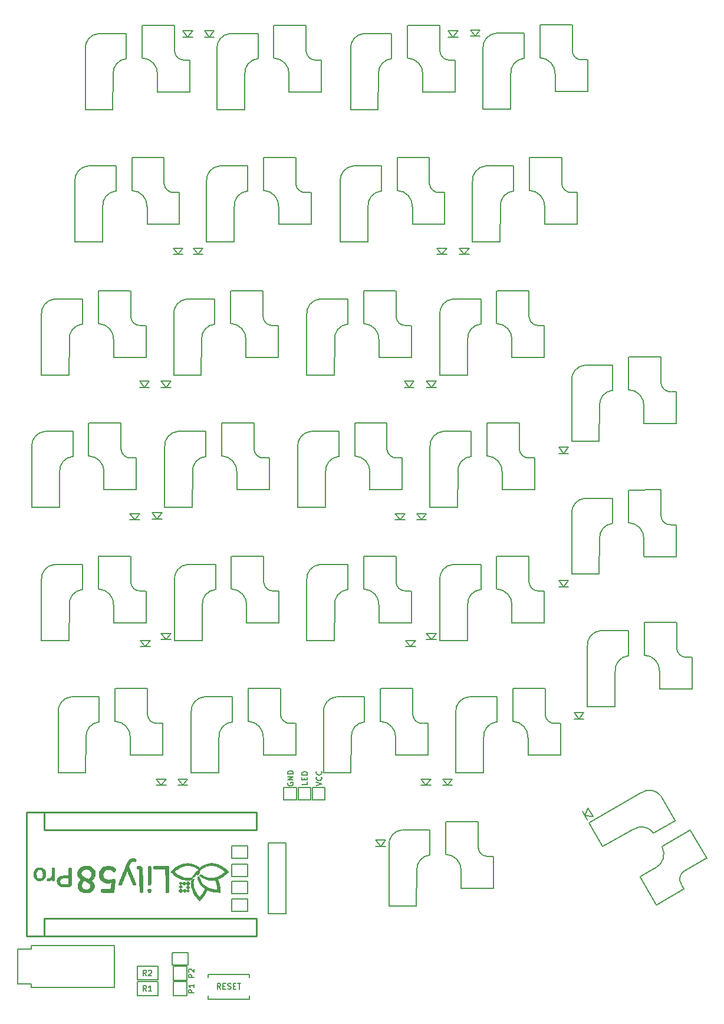
<source format=gto>
G04 #@! TF.GenerationSoftware,KiCad,Pcbnew,5.1.5-52549c5~84~ubuntu18.04.1*
G04 #@! TF.CreationDate,2019-12-02T10:01:40+01:00*
G04 #@! TF.ProjectId,Lily58_Pro_OneForAll,4c696c79-3538-45f5-9072-6f5f4f6e6546,rev?*
G04 #@! TF.SameCoordinates,Original*
G04 #@! TF.FileFunction,Legend,Top*
G04 #@! TF.FilePolarity,Positive*
%FSLAX46Y46*%
G04 Gerber Fmt 4.6, Leading zero omitted, Abs format (unit mm)*
G04 Created by KiCad (PCBNEW 5.1.5-52549c5~84~ubuntu18.04.1) date 2019-12-02 10:01:40*
%MOMM*%
%LPD*%
G04 APERTURE LIST*
%ADD10C,0.150000*%
%ADD11C,0.010000*%
%ADD12C,0.250000*%
G04 APERTURE END LIST*
D10*
X15175000Y-155265000D02*
X15175000Y-150265000D01*
X17075000Y-149765000D02*
X17075000Y-150265000D01*
X17075000Y-155265000D02*
X15175000Y-155265000D01*
X17075000Y-150265000D02*
X15175000Y-150265000D01*
X17075000Y-155765000D02*
X17075000Y-155265000D01*
X17075000Y-149765000D02*
X29075000Y-149765000D01*
X29075000Y-149765000D02*
X29075000Y-155765000D01*
X29075000Y-155765000D02*
X17075000Y-155765000D01*
X55175000Y-127065000D02*
X55175000Y-128865000D01*
X59275000Y-127065000D02*
X59275000Y-128865000D01*
X59275000Y-128865000D02*
X57475000Y-128865000D01*
X57475000Y-128865000D02*
X57475000Y-127065000D01*
X57475000Y-127065000D02*
X59275000Y-127065000D01*
X57275000Y-127065000D02*
X57275000Y-128865000D01*
X55475000Y-128865000D02*
X55475000Y-127065000D01*
X57275000Y-128865000D02*
X55475000Y-128865000D01*
X57275000Y-127065000D02*
X55475000Y-127065000D01*
X55175000Y-128865000D02*
X53375000Y-128865000D01*
X53375000Y-128865000D02*
X53375000Y-127065000D01*
X55175000Y-127065000D02*
X53375000Y-127065000D01*
D11*
G36*
X39566393Y-142088233D02*
G01*
X39526162Y-142054209D01*
X39478884Y-142008726D01*
X39433660Y-141960966D01*
X39399591Y-141920114D01*
X39385777Y-141895352D01*
X39385769Y-141895055D01*
X39398856Y-141872615D01*
X39432103Y-141833402D01*
X39476489Y-141786545D01*
X39522993Y-141741171D01*
X39562596Y-141706408D01*
X39586275Y-141691384D01*
X39587128Y-141691307D01*
X39607162Y-141704098D01*
X39646315Y-141737749D01*
X39696387Y-141785182D01*
X39700070Y-141788816D01*
X39754985Y-141848589D01*
X39782770Y-141891618D01*
X39784192Y-141910931D01*
X39758228Y-141945558D01*
X39717301Y-141990795D01*
X39670646Y-142037556D01*
X39627493Y-142076752D01*
X39597075Y-142099295D01*
X39590477Y-142101615D01*
X39566393Y-142088233D01*
G37*
X39566393Y-142088233D02*
X39526162Y-142054209D01*
X39478884Y-142008726D01*
X39433660Y-141960966D01*
X39399591Y-141920114D01*
X39385777Y-141895352D01*
X39385769Y-141895055D01*
X39398856Y-141872615D01*
X39432103Y-141833402D01*
X39476489Y-141786545D01*
X39522993Y-141741171D01*
X39562596Y-141706408D01*
X39586275Y-141691384D01*
X39587128Y-141691307D01*
X39607162Y-141704098D01*
X39646315Y-141737749D01*
X39696387Y-141785182D01*
X39700070Y-141788816D01*
X39754985Y-141848589D01*
X39782770Y-141891618D01*
X39784192Y-141910931D01*
X39758228Y-141945558D01*
X39717301Y-141990795D01*
X39670646Y-142037556D01*
X39627493Y-142076752D01*
X39597075Y-142099295D01*
X39590477Y-142101615D01*
X39566393Y-142088233D01*
G36*
X39092627Y-142125194D02*
G01*
X39043406Y-142083554D01*
X38976125Y-142018389D01*
X38917680Y-141957837D01*
X38850130Y-141886242D01*
X38965915Y-141769236D01*
X39029352Y-141710061D01*
X39082732Y-141669650D01*
X39118916Y-141653332D01*
X39121389Y-141653232D01*
X39154104Y-141667662D01*
X39202212Y-141704954D01*
X39256306Y-141757771D01*
X39258636Y-141760293D01*
X39307190Y-141814800D01*
X39344312Y-141859696D01*
X39362671Y-141886071D01*
X39363215Y-141887414D01*
X39353354Y-141909192D01*
X39322258Y-141949145D01*
X39277663Y-141999227D01*
X39227307Y-142051390D01*
X39178926Y-142097590D01*
X39140257Y-142129777D01*
X39120242Y-142140119D01*
X39092627Y-142125194D01*
G37*
X39092627Y-142125194D02*
X39043406Y-142083554D01*
X38976125Y-142018389D01*
X38917680Y-141957837D01*
X38850130Y-141886242D01*
X38965915Y-141769236D01*
X39029352Y-141710061D01*
X39082732Y-141669650D01*
X39118916Y-141653332D01*
X39121389Y-141653232D01*
X39154104Y-141667662D01*
X39202212Y-141704954D01*
X39256306Y-141757771D01*
X39258636Y-141760293D01*
X39307190Y-141814800D01*
X39344312Y-141859696D01*
X39362671Y-141886071D01*
X39363215Y-141887414D01*
X39353354Y-141909192D01*
X39322258Y-141949145D01*
X39277663Y-141999227D01*
X39227307Y-142051390D01*
X39178926Y-142097590D01*
X39140257Y-142129777D01*
X39120242Y-142140119D01*
X39092627Y-142125194D01*
G36*
X33964193Y-142136613D02*
G01*
X33899292Y-142120518D01*
X33858974Y-142086624D01*
X33836243Y-142029143D01*
X33824373Y-141945307D01*
X33821575Y-141855604D01*
X33828029Y-141772014D01*
X33835169Y-141736036D01*
X33854431Y-141681528D01*
X33881963Y-141651956D01*
X33930200Y-141633568D01*
X34051251Y-141615125D01*
X34162140Y-141627808D01*
X34202039Y-141641798D01*
X34244053Y-141670157D01*
X34270841Y-141715625D01*
X34284070Y-141784262D01*
X34285412Y-141882131D01*
X34282741Y-141934837D01*
X34272275Y-142026829D01*
X34250254Y-142086953D01*
X34209719Y-142121659D01*
X34143709Y-142137402D01*
X34060675Y-142140692D01*
X33964193Y-142136613D01*
G37*
X33964193Y-142136613D02*
X33899292Y-142120518D01*
X33858974Y-142086624D01*
X33836243Y-142029143D01*
X33824373Y-141945307D01*
X33821575Y-141855604D01*
X33828029Y-141772014D01*
X33835169Y-141736036D01*
X33854431Y-141681528D01*
X33881963Y-141651956D01*
X33930200Y-141633568D01*
X34051251Y-141615125D01*
X34162140Y-141627808D01*
X34202039Y-141641798D01*
X34244053Y-141670157D01*
X34270841Y-141715625D01*
X34284070Y-141784262D01*
X34285412Y-141882131D01*
X34282741Y-141934837D01*
X34272275Y-142026829D01*
X34250254Y-142086953D01*
X34209719Y-142121659D01*
X34143709Y-142137402D01*
X34060675Y-142140692D01*
X33964193Y-142136613D01*
G36*
X38515572Y-142166058D02*
G01*
X38469041Y-142130118D01*
X38413167Y-142079733D01*
X38355768Y-142022690D01*
X38304658Y-141966774D01*
X38267656Y-141919770D01*
X38252577Y-141889466D01*
X38252539Y-141888520D01*
X38265864Y-141861918D01*
X38300816Y-141817274D01*
X38349861Y-141762324D01*
X38405463Y-141704806D01*
X38460088Y-141652457D01*
X38506201Y-141613015D01*
X38536267Y-141594217D01*
X38539725Y-141593615D01*
X38562387Y-141606603D01*
X38605290Y-141641572D01*
X38661387Y-141692531D01*
X38700427Y-141730245D01*
X38759068Y-141790242D01*
X38805370Y-141841514D01*
X38833279Y-141877135D01*
X38838692Y-141888452D01*
X38825108Y-141914697D01*
X38789466Y-141958706D01*
X38739432Y-142012875D01*
X38682673Y-142069603D01*
X38626856Y-142121287D01*
X38579646Y-142160323D01*
X38548710Y-142179108D01*
X38544943Y-142179769D01*
X38515572Y-142166058D01*
G37*
X38515572Y-142166058D02*
X38469041Y-142130118D01*
X38413167Y-142079733D01*
X38355768Y-142022690D01*
X38304658Y-141966774D01*
X38267656Y-141919770D01*
X38252577Y-141889466D01*
X38252539Y-141888520D01*
X38265864Y-141861918D01*
X38300816Y-141817274D01*
X38349861Y-141762324D01*
X38405463Y-141704806D01*
X38460088Y-141652457D01*
X38506201Y-141613015D01*
X38536267Y-141594217D01*
X38539725Y-141593615D01*
X38562387Y-141606603D01*
X38605290Y-141641572D01*
X38661387Y-141692531D01*
X38700427Y-141730245D01*
X38759068Y-141790242D01*
X38805370Y-141841514D01*
X38833279Y-141877135D01*
X38838692Y-141888452D01*
X38825108Y-141914697D01*
X38789466Y-141958706D01*
X38739432Y-142012875D01*
X38682673Y-142069603D01*
X38626856Y-142121287D01*
X38579646Y-142160323D01*
X38548710Y-142179108D01*
X38544943Y-142179769D01*
X38515572Y-142166058D01*
G36*
X39559780Y-141638618D02*
G01*
X39511939Y-141603533D01*
X39457781Y-141555598D01*
X39406291Y-141503440D01*
X39366457Y-141455684D01*
X39347264Y-141420955D01*
X39346692Y-141416484D01*
X39359798Y-141390786D01*
X39393731Y-141347867D01*
X39440419Y-141296065D01*
X39491788Y-141243719D01*
X39539763Y-141199166D01*
X39576271Y-141170747D01*
X39590312Y-141164883D01*
X39612405Y-141178599D01*
X39653442Y-141214097D01*
X39705725Y-141264576D01*
X39722808Y-141281990D01*
X39774677Y-141337765D01*
X39813870Y-141384143D01*
X39833870Y-141413261D01*
X39835154Y-141417536D01*
X39821174Y-141446811D01*
X39785156Y-141491398D01*
X39735979Y-141542714D01*
X39682526Y-141592176D01*
X39633677Y-141631200D01*
X39598313Y-141651204D01*
X39592316Y-141652230D01*
X39559780Y-141638618D01*
G37*
X39559780Y-141638618D02*
X39511939Y-141603533D01*
X39457781Y-141555598D01*
X39406291Y-141503440D01*
X39366457Y-141455684D01*
X39347264Y-141420955D01*
X39346692Y-141416484D01*
X39359798Y-141390786D01*
X39393731Y-141347867D01*
X39440419Y-141296065D01*
X39491788Y-141243719D01*
X39539763Y-141199166D01*
X39576271Y-141170747D01*
X39590312Y-141164883D01*
X39612405Y-141178599D01*
X39653442Y-141214097D01*
X39705725Y-141264576D01*
X39722808Y-141281990D01*
X39774677Y-141337765D01*
X39813870Y-141384143D01*
X39833870Y-141413261D01*
X39835154Y-141417536D01*
X39821174Y-141446811D01*
X39785156Y-141491398D01*
X39735979Y-141542714D01*
X39682526Y-141592176D01*
X39633677Y-141631200D01*
X39598313Y-141651204D01*
X39592316Y-141652230D01*
X39559780Y-141638618D01*
G36*
X38519323Y-141541345D02*
G01*
X38475757Y-141507182D01*
X38423348Y-141460176D01*
X38370524Y-141408453D01*
X38325714Y-141360140D01*
X38297345Y-141323362D01*
X38291709Y-141309741D01*
X38305110Y-141288077D01*
X38339734Y-141248722D01*
X38387362Y-141199679D01*
X38439774Y-141148952D01*
X38488750Y-141104544D01*
X38526072Y-141074457D01*
X38541957Y-141066076D01*
X38562528Y-141078936D01*
X38603133Y-141113256D01*
X38656391Y-141162653D01*
X38679106Y-141184732D01*
X38733410Y-141239567D01*
X38775006Y-141284173D01*
X38797447Y-141311524D01*
X38799616Y-141316050D01*
X38785909Y-141339251D01*
X38750434Y-141379256D01*
X38701657Y-141428115D01*
X38648047Y-141477878D01*
X38598071Y-141520594D01*
X38560196Y-141548312D01*
X38545616Y-141554538D01*
X38519323Y-141541345D01*
G37*
X38519323Y-141541345D02*
X38475757Y-141507182D01*
X38423348Y-141460176D01*
X38370524Y-141408453D01*
X38325714Y-141360140D01*
X38297345Y-141323362D01*
X38291709Y-141309741D01*
X38305110Y-141288077D01*
X38339734Y-141248722D01*
X38387362Y-141199679D01*
X38439774Y-141148952D01*
X38488750Y-141104544D01*
X38526072Y-141074457D01*
X38541957Y-141066076D01*
X38562528Y-141078936D01*
X38603133Y-141113256D01*
X38656391Y-141162653D01*
X38679106Y-141184732D01*
X38733410Y-141239567D01*
X38775006Y-141284173D01*
X38797447Y-141311524D01*
X38799616Y-141316050D01*
X38785909Y-141339251D01*
X38750434Y-141379256D01*
X38701657Y-141428115D01*
X38648047Y-141477878D01*
X38598071Y-141520594D01*
X38560196Y-141548312D01*
X38545616Y-141554538D01*
X38519323Y-141541345D01*
G36*
X38508978Y-141012907D02*
G01*
X38462446Y-140977428D01*
X38413825Y-140930763D01*
X38373439Y-140883111D01*
X38351615Y-140844672D01*
X38350231Y-140836484D01*
X38363975Y-140803727D01*
X38398711Y-140757747D01*
X38444691Y-140708539D01*
X38492170Y-140666095D01*
X38531401Y-140640411D01*
X38544799Y-140636974D01*
X38573593Y-140650687D01*
X38617697Y-140685520D01*
X38657962Y-140724221D01*
X38701959Y-140773778D01*
X38732064Y-140814814D01*
X38741000Y-140835083D01*
X38726953Y-140865153D01*
X38691497Y-140908710D01*
X38644657Y-140956032D01*
X38596463Y-140997394D01*
X38556939Y-141023072D01*
X38543095Y-141027000D01*
X38508978Y-141012907D01*
G37*
X38508978Y-141012907D02*
X38462446Y-140977428D01*
X38413825Y-140930763D01*
X38373439Y-140883111D01*
X38351615Y-140844672D01*
X38350231Y-140836484D01*
X38363975Y-140803727D01*
X38398711Y-140757747D01*
X38444691Y-140708539D01*
X38492170Y-140666095D01*
X38531401Y-140640411D01*
X38544799Y-140636974D01*
X38573593Y-140650687D01*
X38617697Y-140685520D01*
X38657962Y-140724221D01*
X38701959Y-140773778D01*
X38732064Y-140814814D01*
X38741000Y-140835083D01*
X38726953Y-140865153D01*
X38691497Y-140908710D01*
X38644657Y-140956032D01*
X38596463Y-140997394D01*
X38556939Y-141023072D01*
X38543095Y-141027000D01*
X38508978Y-141012907D01*
G36*
X38992298Y-141072756D02*
G01*
X38949296Y-141039451D01*
X38896857Y-140993605D01*
X38843442Y-140943126D01*
X38797509Y-140895919D01*
X38767517Y-140859892D01*
X38760539Y-140845538D01*
X38774105Y-140821288D01*
X38809269Y-140780069D01*
X38857732Y-140729893D01*
X38911194Y-140678773D01*
X38961355Y-140634721D01*
X38999916Y-140605749D01*
X39016195Y-140598735D01*
X39043347Y-140612782D01*
X39086877Y-140647869D01*
X39132495Y-140691543D01*
X39197977Y-140758975D01*
X39238377Y-140805906D01*
X39254558Y-140841055D01*
X39247385Y-140873138D01*
X39217724Y-140910874D01*
X39166438Y-140962981D01*
X39160054Y-140969418D01*
X39103960Y-141022940D01*
X39055559Y-141063437D01*
X39023060Y-141084220D01*
X39017405Y-141085615D01*
X38992298Y-141072756D01*
G37*
X38992298Y-141072756D02*
X38949296Y-141039451D01*
X38896857Y-140993605D01*
X38843442Y-140943126D01*
X38797509Y-140895919D01*
X38767517Y-140859892D01*
X38760539Y-140845538D01*
X38774105Y-140821288D01*
X38809269Y-140780069D01*
X38857732Y-140729893D01*
X38911194Y-140678773D01*
X38961355Y-140634721D01*
X38999916Y-140605749D01*
X39016195Y-140598735D01*
X39043347Y-140612782D01*
X39086877Y-140647869D01*
X39132495Y-140691543D01*
X39197977Y-140758975D01*
X39238377Y-140805906D01*
X39254558Y-140841055D01*
X39247385Y-140873138D01*
X39217724Y-140910874D01*
X39166438Y-140962981D01*
X39160054Y-140969418D01*
X39103960Y-141022940D01*
X39055559Y-141063437D01*
X39023060Y-141084220D01*
X39017405Y-141085615D01*
X38992298Y-141072756D01*
G36*
X39561415Y-141130152D02*
G01*
X39517408Y-141093226D01*
X39464203Y-141041413D01*
X39409220Y-140982677D01*
X39359876Y-140924979D01*
X39323592Y-140876283D01*
X39307786Y-140844549D01*
X39307616Y-140842448D01*
X39321479Y-140809296D01*
X39357697Y-140760048D01*
X39408213Y-140702898D01*
X39464971Y-140646040D01*
X39519915Y-140597667D01*
X39564987Y-140565974D01*
X39587229Y-140558076D01*
X39615966Y-140571031D01*
X39663575Y-140605657D01*
X39721696Y-140655599D01*
X39747829Y-140680192D01*
X39808721Y-140743463D01*
X39852366Y-140797658D01*
X39873182Y-140835628D01*
X39874165Y-140841908D01*
X39861006Y-140870497D01*
X39826419Y-140917038D01*
X39777828Y-140973667D01*
X39722654Y-141032522D01*
X39668320Y-141085738D01*
X39622247Y-141125452D01*
X39591858Y-141143801D01*
X39588805Y-141144230D01*
X39561415Y-141130152D01*
G37*
X39561415Y-141130152D02*
X39517408Y-141093226D01*
X39464203Y-141041413D01*
X39409220Y-140982677D01*
X39359876Y-140924979D01*
X39323592Y-140876283D01*
X39307786Y-140844549D01*
X39307616Y-140842448D01*
X39321479Y-140809296D01*
X39357697Y-140760048D01*
X39408213Y-140702898D01*
X39464971Y-140646040D01*
X39519915Y-140597667D01*
X39564987Y-140565974D01*
X39587229Y-140558076D01*
X39615966Y-140571031D01*
X39663575Y-140605657D01*
X39721696Y-140655599D01*
X39747829Y-140680192D01*
X39808721Y-140743463D01*
X39852366Y-140797658D01*
X39873182Y-140835628D01*
X39874165Y-140841908D01*
X39861006Y-140870497D01*
X39826419Y-140917038D01*
X39777828Y-140973667D01*
X39722654Y-141032522D01*
X39668320Y-141085738D01*
X39622247Y-141125452D01*
X39591858Y-141143801D01*
X39588805Y-141144230D01*
X39561415Y-141130152D01*
G36*
X19470627Y-140456527D02*
G01*
X19424423Y-140441733D01*
X19387266Y-140412426D01*
X19347062Y-140348014D01*
X19344380Y-140272849D01*
X19368971Y-140205697D01*
X19387525Y-140175376D01*
X19411327Y-140154561D01*
X19448514Y-140140318D01*
X19507226Y-140129709D01*
X19595602Y-140119799D01*
X19611406Y-140118241D01*
X19738891Y-140094578D01*
X19838702Y-140049210D01*
X19917836Y-139978459D01*
X19944766Y-139942956D01*
X19979023Y-139891159D01*
X20005900Y-139843215D01*
X20026289Y-139793539D01*
X20041078Y-139736547D01*
X20051159Y-139666652D01*
X20057422Y-139578271D01*
X20060758Y-139465818D01*
X20062057Y-139323707D01*
X20062231Y-139206182D01*
X20062602Y-139045769D01*
X20064125Y-138919647D01*
X20067411Y-138823033D01*
X20073075Y-138751147D01*
X20081729Y-138699204D01*
X20093987Y-138662424D01*
X20110461Y-138636023D01*
X20131764Y-138615220D01*
X20138692Y-138609736D01*
X20178109Y-138595207D01*
X20238418Y-138587703D01*
X20301901Y-138588225D01*
X20350834Y-138597769D01*
X20376702Y-138621045D01*
X20404303Y-138663136D01*
X20404565Y-138663641D01*
X20411945Y-138683392D01*
X20417998Y-138713768D01*
X20422847Y-138758348D01*
X20426613Y-138820712D01*
X20429418Y-138904439D01*
X20431383Y-139013109D01*
X20432631Y-139150300D01*
X20433283Y-139319592D01*
X20433462Y-139513083D01*
X20433335Y-139717088D01*
X20432748Y-139885695D01*
X20431388Y-140022581D01*
X20428944Y-140131425D01*
X20425104Y-140215904D01*
X20419558Y-140279696D01*
X20411992Y-140326480D01*
X20402097Y-140359933D01*
X20389560Y-140383734D01*
X20374070Y-140401560D01*
X20357001Y-140415801D01*
X20314100Y-140432296D01*
X20251327Y-140439818D01*
X20187096Y-140437213D01*
X20151029Y-140428709D01*
X20114358Y-140397557D01*
X20083005Y-140342354D01*
X20064432Y-140278069D01*
X20062231Y-140250592D01*
X20061185Y-140223654D01*
X20054107Y-140213848D01*
X20035088Y-140223755D01*
X19998220Y-140255954D01*
X19953345Y-140298134D01*
X19842075Y-140384644D01*
X19723531Y-140437028D01*
X19587992Y-140459099D01*
X19540027Y-140460384D01*
X19470627Y-140456527D01*
G37*
X19470627Y-140456527D02*
X19424423Y-140441733D01*
X19387266Y-140412426D01*
X19347062Y-140348014D01*
X19344380Y-140272849D01*
X19368971Y-140205697D01*
X19387525Y-140175376D01*
X19411327Y-140154561D01*
X19448514Y-140140318D01*
X19507226Y-140129709D01*
X19595602Y-140119799D01*
X19611406Y-140118241D01*
X19738891Y-140094578D01*
X19838702Y-140049210D01*
X19917836Y-139978459D01*
X19944766Y-139942956D01*
X19979023Y-139891159D01*
X20005900Y-139843215D01*
X20026289Y-139793539D01*
X20041078Y-139736547D01*
X20051159Y-139666652D01*
X20057422Y-139578271D01*
X20060758Y-139465818D01*
X20062057Y-139323707D01*
X20062231Y-139206182D01*
X20062602Y-139045769D01*
X20064125Y-138919647D01*
X20067411Y-138823033D01*
X20073075Y-138751147D01*
X20081729Y-138699204D01*
X20093987Y-138662424D01*
X20110461Y-138636023D01*
X20131764Y-138615220D01*
X20138692Y-138609736D01*
X20178109Y-138595207D01*
X20238418Y-138587703D01*
X20301901Y-138588225D01*
X20350834Y-138597769D01*
X20376702Y-138621045D01*
X20404303Y-138663136D01*
X20404565Y-138663641D01*
X20411945Y-138683392D01*
X20417998Y-138713768D01*
X20422847Y-138758348D01*
X20426613Y-138820712D01*
X20429418Y-138904439D01*
X20431383Y-139013109D01*
X20432631Y-139150300D01*
X20433283Y-139319592D01*
X20433462Y-139513083D01*
X20433335Y-139717088D01*
X20432748Y-139885695D01*
X20431388Y-140022581D01*
X20428944Y-140131425D01*
X20425104Y-140215904D01*
X20419558Y-140279696D01*
X20411992Y-140326480D01*
X20402097Y-140359933D01*
X20389560Y-140383734D01*
X20374070Y-140401560D01*
X20357001Y-140415801D01*
X20314100Y-140432296D01*
X20251327Y-140439818D01*
X20187096Y-140437213D01*
X20151029Y-140428709D01*
X20114358Y-140397557D01*
X20083005Y-140342354D01*
X20064432Y-140278069D01*
X20062231Y-140250592D01*
X20061185Y-140223654D01*
X20054107Y-140213848D01*
X20035088Y-140223755D01*
X19998220Y-140255954D01*
X19953345Y-140298134D01*
X19842075Y-140384644D01*
X19723531Y-140437028D01*
X19587992Y-140459099D01*
X19540027Y-140460384D01*
X19470627Y-140456527D01*
G36*
X21950875Y-141329864D02*
G01*
X21810015Y-141327430D01*
X21678300Y-141323738D01*
X21562541Y-141318855D01*
X21469552Y-141312845D01*
X21406146Y-141305776D01*
X21390846Y-141302730D01*
X21237057Y-141249846D01*
X21100196Y-141175093D01*
X20990281Y-141084023D01*
X20983760Y-141077077D01*
X20892302Y-140950315D01*
X20830150Y-140805028D01*
X20797056Y-140648099D01*
X20792776Y-140486410D01*
X20817064Y-140326846D01*
X20869673Y-140176288D01*
X20950358Y-140041621D01*
X21023642Y-139960278D01*
X21093879Y-139899870D01*
X21165543Y-139851088D01*
X21243695Y-139812776D01*
X21333394Y-139783775D01*
X21439697Y-139762929D01*
X21567665Y-139749080D01*
X21722357Y-139741070D01*
X21908831Y-139737741D01*
X21997500Y-139737461D01*
X22465462Y-139737461D01*
X22465462Y-138680608D01*
X22513420Y-138632650D01*
X22577579Y-138593874D01*
X22656145Y-138582471D01*
X22735600Y-138598479D01*
X22791641Y-138631838D01*
X22846462Y-138678984D01*
X22851813Y-139818340D01*
X22852796Y-140094900D01*
X22852954Y-140333884D01*
X22852357Y-140509956D01*
X22465462Y-140509956D01*
X22465462Y-140069615D01*
X22013459Y-140069615D01*
X21828154Y-140070855D01*
X21680479Y-140074562D01*
X21570838Y-140080719D01*
X21499633Y-140089308D01*
X21481724Y-140093504D01*
X21400558Y-140132711D01*
X21322006Y-140195725D01*
X21257502Y-140271332D01*
X21218481Y-140348323D01*
X21217150Y-140352923D01*
X21195663Y-140479805D01*
X21197966Y-140607011D01*
X21222332Y-140725194D01*
X21267036Y-140825004D01*
X21315266Y-140884413D01*
X21355266Y-140918305D01*
X21396350Y-140944750D01*
X21444004Y-140964763D01*
X21503714Y-140979360D01*
X21580965Y-140989558D01*
X21681243Y-140996373D01*
X21810035Y-141000819D01*
X21959385Y-141003708D01*
X22103843Y-141005681D01*
X22214252Y-141006333D01*
X22295625Y-141005396D01*
X22352976Y-141002602D01*
X22391319Y-140997680D01*
X22415666Y-140990364D01*
X22431032Y-140980385D01*
X22433193Y-140978323D01*
X22443805Y-140963466D01*
X22451845Y-140939588D01*
X22457656Y-140901691D01*
X22461580Y-140844778D01*
X22463961Y-140763849D01*
X22465140Y-140653908D01*
X22465462Y-140509956D01*
X22852357Y-140509956D01*
X22852266Y-140536783D01*
X22850711Y-140705090D01*
X22848269Y-140840298D01*
X22844920Y-140943898D01*
X22840643Y-141017383D01*
X22835418Y-141062245D01*
X22834771Y-141065563D01*
X22796590Y-141168747D01*
X22732384Y-141249611D01*
X22647698Y-141302106D01*
X22606551Y-141314412D01*
X22553892Y-141320894D01*
X22469502Y-141325725D01*
X22360192Y-141328973D01*
X22232776Y-141330702D01*
X22094066Y-141330977D01*
X21950875Y-141329864D01*
G37*
X21950875Y-141329864D02*
X21810015Y-141327430D01*
X21678300Y-141323738D01*
X21562541Y-141318855D01*
X21469552Y-141312845D01*
X21406146Y-141305776D01*
X21390846Y-141302730D01*
X21237057Y-141249846D01*
X21100196Y-141175093D01*
X20990281Y-141084023D01*
X20983760Y-141077077D01*
X20892302Y-140950315D01*
X20830150Y-140805028D01*
X20797056Y-140648099D01*
X20792776Y-140486410D01*
X20817064Y-140326846D01*
X20869673Y-140176288D01*
X20950358Y-140041621D01*
X21023642Y-139960278D01*
X21093879Y-139899870D01*
X21165543Y-139851088D01*
X21243695Y-139812776D01*
X21333394Y-139783775D01*
X21439697Y-139762929D01*
X21567665Y-139749080D01*
X21722357Y-139741070D01*
X21908831Y-139737741D01*
X21997500Y-139737461D01*
X22465462Y-139737461D01*
X22465462Y-138680608D01*
X22513420Y-138632650D01*
X22577579Y-138593874D01*
X22656145Y-138582471D01*
X22735600Y-138598479D01*
X22791641Y-138631838D01*
X22846462Y-138678984D01*
X22851813Y-139818340D01*
X22852796Y-140094900D01*
X22852954Y-140333884D01*
X22852357Y-140509956D01*
X22465462Y-140509956D01*
X22465462Y-140069615D01*
X22013459Y-140069615D01*
X21828154Y-140070855D01*
X21680479Y-140074562D01*
X21570838Y-140080719D01*
X21499633Y-140089308D01*
X21481724Y-140093504D01*
X21400558Y-140132711D01*
X21322006Y-140195725D01*
X21257502Y-140271332D01*
X21218481Y-140348323D01*
X21217150Y-140352923D01*
X21195663Y-140479805D01*
X21197966Y-140607011D01*
X21222332Y-140725194D01*
X21267036Y-140825004D01*
X21315266Y-140884413D01*
X21355266Y-140918305D01*
X21396350Y-140944750D01*
X21444004Y-140964763D01*
X21503714Y-140979360D01*
X21580965Y-140989558D01*
X21681243Y-140996373D01*
X21810035Y-141000819D01*
X21959385Y-141003708D01*
X22103843Y-141005681D01*
X22214252Y-141006333D01*
X22295625Y-141005396D01*
X22352976Y-141002602D01*
X22391319Y-140997680D01*
X22415666Y-140990364D01*
X22431032Y-140980385D01*
X22433193Y-140978323D01*
X22443805Y-140963466D01*
X22451845Y-140939588D01*
X22457656Y-140901691D01*
X22461580Y-140844778D01*
X22463961Y-140763849D01*
X22465140Y-140653908D01*
X22465462Y-140509956D01*
X22852357Y-140509956D01*
X22852266Y-140536783D01*
X22850711Y-140705090D01*
X22848269Y-140840298D01*
X22844920Y-140943898D01*
X22840643Y-141017383D01*
X22835418Y-141062245D01*
X22834771Y-141065563D01*
X22796590Y-141168747D01*
X22732384Y-141249611D01*
X22647698Y-141302106D01*
X22606551Y-141314412D01*
X22553892Y-141320894D01*
X22469502Y-141325725D01*
X22360192Y-141328973D01*
X22232776Y-141330702D01*
X22094066Y-141330977D01*
X21950875Y-141329864D01*
G36*
X18069344Y-140433125D02*
G01*
X17936064Y-140388988D01*
X17818396Y-140318562D01*
X17725982Y-140237402D01*
X17614698Y-140104925D01*
X17534246Y-139959446D01*
X17482790Y-139795977D01*
X17458496Y-139609529D01*
X17455981Y-139503000D01*
X17472225Y-139292239D01*
X17517623Y-139104727D01*
X17576665Y-138969024D01*
X17644663Y-138870783D01*
X17736821Y-138774679D01*
X17841129Y-138691383D01*
X17945578Y-138631562D01*
X17966055Y-138623114D01*
X18079319Y-138592227D01*
X18212886Y-138574621D01*
X18351014Y-138571065D01*
X18477964Y-138582327D01*
X18537757Y-138595237D01*
X18695114Y-138658928D01*
X18832507Y-138754915D01*
X18947642Y-138880642D01*
X19038227Y-139033552D01*
X19101968Y-139211089D01*
X19106622Y-139229461D01*
X19123093Y-139330520D01*
X19131086Y-139453943D01*
X19130873Y-139512769D01*
X18772692Y-139512769D01*
X18760562Y-139334553D01*
X18724859Y-139181241D01*
X18666618Y-139055098D01*
X18586872Y-138958388D01*
X18490767Y-138895213D01*
X18398397Y-138868485D01*
X18289752Y-138859519D01*
X18183025Y-138868635D01*
X18112642Y-138888575D01*
X18005639Y-138952185D01*
X17922937Y-139043921D01*
X17864190Y-139164601D01*
X17829053Y-139315046D01*
X17817179Y-139496075D01*
X17819161Y-139583995D01*
X17833623Y-139737807D01*
X17863015Y-139861511D01*
X17909580Y-139961962D01*
X17967779Y-140037886D01*
X18061893Y-140111384D01*
X18172897Y-140155113D01*
X18292350Y-140169058D01*
X18411813Y-140153206D01*
X18522843Y-140107541D01*
X18610498Y-140038969D01*
X18685524Y-139937779D01*
X18736817Y-139813108D01*
X18765425Y-139661560D01*
X18772692Y-139512769D01*
X19130873Y-139512769D01*
X19130612Y-139584247D01*
X19121681Y-139705950D01*
X19106238Y-139796076D01*
X19043753Y-139977321D01*
X18954048Y-140132472D01*
X18839622Y-140259652D01*
X18702975Y-140356988D01*
X18546607Y-140422604D01*
X18373017Y-140454624D01*
X18227767Y-140455107D01*
X18069344Y-140433125D01*
G37*
X18069344Y-140433125D02*
X17936064Y-140388988D01*
X17818396Y-140318562D01*
X17725982Y-140237402D01*
X17614698Y-140104925D01*
X17534246Y-139959446D01*
X17482790Y-139795977D01*
X17458496Y-139609529D01*
X17455981Y-139503000D01*
X17472225Y-139292239D01*
X17517623Y-139104727D01*
X17576665Y-138969024D01*
X17644663Y-138870783D01*
X17736821Y-138774679D01*
X17841129Y-138691383D01*
X17945578Y-138631562D01*
X17966055Y-138623114D01*
X18079319Y-138592227D01*
X18212886Y-138574621D01*
X18351014Y-138571065D01*
X18477964Y-138582327D01*
X18537757Y-138595237D01*
X18695114Y-138658928D01*
X18832507Y-138754915D01*
X18947642Y-138880642D01*
X19038227Y-139033552D01*
X19101968Y-139211089D01*
X19106622Y-139229461D01*
X19123093Y-139330520D01*
X19131086Y-139453943D01*
X19130873Y-139512769D01*
X18772692Y-139512769D01*
X18760562Y-139334553D01*
X18724859Y-139181241D01*
X18666618Y-139055098D01*
X18586872Y-138958388D01*
X18490767Y-138895213D01*
X18398397Y-138868485D01*
X18289752Y-138859519D01*
X18183025Y-138868635D01*
X18112642Y-138888575D01*
X18005639Y-138952185D01*
X17922937Y-139043921D01*
X17864190Y-139164601D01*
X17829053Y-139315046D01*
X17817179Y-139496075D01*
X17819161Y-139583995D01*
X17833623Y-139737807D01*
X17863015Y-139861511D01*
X17909580Y-139961962D01*
X17967779Y-140037886D01*
X18061893Y-140111384D01*
X18172897Y-140155113D01*
X18292350Y-140169058D01*
X18411813Y-140153206D01*
X18522843Y-140107541D01*
X18610498Y-140038969D01*
X18685524Y-139937779D01*
X18736817Y-139813108D01*
X18765425Y-139661560D01*
X18772692Y-139512769D01*
X19130873Y-139512769D01*
X19130612Y-139584247D01*
X19121681Y-139705950D01*
X19106238Y-139796076D01*
X19043753Y-139977321D01*
X18954048Y-140132472D01*
X18839622Y-140259652D01*
X18702975Y-140356988D01*
X18546607Y-140422604D01*
X18373017Y-140454624D01*
X18227767Y-140455107D01*
X18069344Y-140433125D01*
G36*
X33985230Y-141084384D02*
G01*
X33937793Y-141078630D01*
X33907387Y-141065263D01*
X33883005Y-141041192D01*
X33877341Y-141034134D01*
X33869202Y-141023079D01*
X33862234Y-141010220D01*
X33856346Y-140992623D01*
X33851446Y-140967357D01*
X33847445Y-140931490D01*
X33844251Y-140882090D01*
X33841772Y-140816224D01*
X33839920Y-140730960D01*
X33838601Y-140623367D01*
X33837727Y-140490512D01*
X33837205Y-140329464D01*
X33836945Y-140137289D01*
X33836856Y-139911056D01*
X33836846Y-139727692D01*
X33836869Y-139475435D01*
X33836998Y-139259322D01*
X33837325Y-139076423D01*
X33837939Y-138923803D01*
X33838932Y-138798533D01*
X33840395Y-138697679D01*
X33842419Y-138618309D01*
X33845094Y-138557491D01*
X33848512Y-138512293D01*
X33852763Y-138479784D01*
X33857938Y-138457030D01*
X33864129Y-138441100D01*
X33871425Y-138429061D01*
X33877341Y-138421250D01*
X33902714Y-138393750D01*
X33932030Y-138378247D01*
X33976789Y-138371376D01*
X34048488Y-138369771D01*
X34053188Y-138369769D01*
X34131516Y-138372113D01*
X34182031Y-138380801D01*
X34215806Y-138398311D01*
X34227616Y-138408846D01*
X34235426Y-138417541D01*
X34242120Y-138428753D01*
X34247784Y-138445369D01*
X34252503Y-138470271D01*
X34256364Y-138506345D01*
X34259453Y-138556475D01*
X34261856Y-138623546D01*
X34263658Y-138710441D01*
X34264947Y-138820047D01*
X34265808Y-138955246D01*
X34266326Y-139118924D01*
X34266589Y-139313966D01*
X34266682Y-139543255D01*
X34266692Y-139718610D01*
X34266616Y-139975070D01*
X34266341Y-140195308D01*
X34265799Y-140382175D01*
X34264923Y-140538527D01*
X34263643Y-140667217D01*
X34261891Y-140771099D01*
X34259600Y-140853025D01*
X34256700Y-140915851D01*
X34253124Y-140962429D01*
X34248804Y-140995613D01*
X34243670Y-141018257D01*
X34237655Y-141033215D01*
X34235138Y-141037456D01*
X34215145Y-141062546D01*
X34189333Y-141077020D01*
X34147326Y-141083744D01*
X34078746Y-141085582D01*
X34060710Y-141085615D01*
X33985230Y-141084384D01*
G37*
X33985230Y-141084384D02*
X33937793Y-141078630D01*
X33907387Y-141065263D01*
X33883005Y-141041192D01*
X33877341Y-141034134D01*
X33869202Y-141023079D01*
X33862234Y-141010220D01*
X33856346Y-140992623D01*
X33851446Y-140967357D01*
X33847445Y-140931490D01*
X33844251Y-140882090D01*
X33841772Y-140816224D01*
X33839920Y-140730960D01*
X33838601Y-140623367D01*
X33837727Y-140490512D01*
X33837205Y-140329464D01*
X33836945Y-140137289D01*
X33836856Y-139911056D01*
X33836846Y-139727692D01*
X33836869Y-139475435D01*
X33836998Y-139259322D01*
X33837325Y-139076423D01*
X33837939Y-138923803D01*
X33838932Y-138798533D01*
X33840395Y-138697679D01*
X33842419Y-138618309D01*
X33845094Y-138557491D01*
X33848512Y-138512293D01*
X33852763Y-138479784D01*
X33857938Y-138457030D01*
X33864129Y-138441100D01*
X33871425Y-138429061D01*
X33877341Y-138421250D01*
X33902714Y-138393750D01*
X33932030Y-138378247D01*
X33976789Y-138371376D01*
X34048488Y-138369771D01*
X34053188Y-138369769D01*
X34131516Y-138372113D01*
X34182031Y-138380801D01*
X34215806Y-138398311D01*
X34227616Y-138408846D01*
X34235426Y-138417541D01*
X34242120Y-138428753D01*
X34247784Y-138445369D01*
X34252503Y-138470271D01*
X34256364Y-138506345D01*
X34259453Y-138556475D01*
X34261856Y-138623546D01*
X34263658Y-138710441D01*
X34264947Y-138820047D01*
X34265808Y-138955246D01*
X34266326Y-139118924D01*
X34266589Y-139313966D01*
X34266682Y-139543255D01*
X34266692Y-139718610D01*
X34266616Y-139975070D01*
X34266341Y-140195308D01*
X34265799Y-140382175D01*
X34264923Y-140538527D01*
X34263643Y-140667217D01*
X34261891Y-140771099D01*
X34259600Y-140853025D01*
X34256700Y-140915851D01*
X34253124Y-140962429D01*
X34248804Y-140995613D01*
X34243670Y-141018257D01*
X34237655Y-141033215D01*
X34235138Y-141037456D01*
X34215145Y-141062546D01*
X34189333Y-141077020D01*
X34147326Y-141083744D01*
X34078746Y-141085582D01*
X34060710Y-141085615D01*
X33985230Y-141084384D01*
G36*
X36473322Y-142142494D02*
G01*
X36453456Y-142134183D01*
X36436770Y-142117549D01*
X36422967Y-142090214D01*
X36411752Y-142049801D01*
X36402828Y-141993931D01*
X36395899Y-141920226D01*
X36390668Y-141826309D01*
X36386839Y-141709801D01*
X36384115Y-141568325D01*
X36382202Y-141399502D01*
X36380801Y-141200955D01*
X36379617Y-140970305D01*
X36378354Y-140705175D01*
X36376846Y-140425355D01*
X36367077Y-138770307D01*
X35551964Y-138760538D01*
X35341636Y-138758116D01*
X35167057Y-138755866D01*
X35024907Y-138753065D01*
X34911868Y-138748994D01*
X34824622Y-138742931D01*
X34759850Y-138734154D01*
X34714233Y-138721941D01*
X34684453Y-138705573D01*
X34667192Y-138684326D01*
X34659131Y-138657481D01*
X34656951Y-138624316D01*
X34657334Y-138584108D01*
X34657462Y-138566106D01*
X34660407Y-138494040D01*
X34671566Y-138448004D01*
X34694425Y-138415240D01*
X34700223Y-138409607D01*
X34710772Y-138400670D01*
X34723795Y-138393179D01*
X34742601Y-138387009D01*
X34770501Y-138382030D01*
X34810804Y-138378115D01*
X34866820Y-138375136D01*
X34941859Y-138372966D01*
X35039231Y-138371476D01*
X35162246Y-138370539D01*
X35314213Y-138370028D01*
X35498443Y-138369813D01*
X35718246Y-138369769D01*
X36721727Y-138369769D01*
X36764210Y-138414990D01*
X36806692Y-138460210D01*
X36806692Y-142055726D01*
X36761472Y-142098209D01*
X36727559Y-142122709D01*
X36684122Y-142135600D01*
X36618550Y-142139969D01*
X36590510Y-142140070D01*
X36554962Y-142141271D01*
X36523778Y-142143660D01*
X36496664Y-142144861D01*
X36473322Y-142142494D01*
G37*
X36473322Y-142142494D02*
X36453456Y-142134183D01*
X36436770Y-142117549D01*
X36422967Y-142090214D01*
X36411752Y-142049801D01*
X36402828Y-141993931D01*
X36395899Y-141920226D01*
X36390668Y-141826309D01*
X36386839Y-141709801D01*
X36384115Y-141568325D01*
X36382202Y-141399502D01*
X36380801Y-141200955D01*
X36379617Y-140970305D01*
X36378354Y-140705175D01*
X36376846Y-140425355D01*
X36367077Y-138770307D01*
X35551964Y-138760538D01*
X35341636Y-138758116D01*
X35167057Y-138755866D01*
X35024907Y-138753065D01*
X34911868Y-138748994D01*
X34824622Y-138742931D01*
X34759850Y-138734154D01*
X34714233Y-138721941D01*
X34684453Y-138705573D01*
X34667192Y-138684326D01*
X34659131Y-138657481D01*
X34656951Y-138624316D01*
X34657334Y-138584108D01*
X34657462Y-138566106D01*
X34660407Y-138494040D01*
X34671566Y-138448004D01*
X34694425Y-138415240D01*
X34700223Y-138409607D01*
X34710772Y-138400670D01*
X34723795Y-138393179D01*
X34742601Y-138387009D01*
X34770501Y-138382030D01*
X34810804Y-138378115D01*
X34866820Y-138375136D01*
X34941859Y-138372966D01*
X35039231Y-138371476D01*
X35162246Y-138370539D01*
X35314213Y-138370028D01*
X35498443Y-138369813D01*
X35718246Y-138369769D01*
X36721727Y-138369769D01*
X36764210Y-138414990D01*
X36806692Y-138460210D01*
X36806692Y-142055726D01*
X36761472Y-142098209D01*
X36727559Y-142122709D01*
X36684122Y-142135600D01*
X36618550Y-142139969D01*
X36590510Y-142140070D01*
X36554962Y-142141271D01*
X36523778Y-142143660D01*
X36496664Y-142144861D01*
X36473322Y-142142494D01*
G36*
X32823109Y-142141431D02*
G01*
X32748425Y-142127187D01*
X32700896Y-142103352D01*
X32654769Y-142066012D01*
X32645000Y-140496313D01*
X32643200Y-140211625D01*
X32641528Y-139963395D01*
X32639909Y-139749005D01*
X32638266Y-139565836D01*
X32636522Y-139411272D01*
X32634600Y-139282693D01*
X32632424Y-139177482D01*
X32629917Y-139093020D01*
X32627002Y-139026689D01*
X32623602Y-138975871D01*
X32619642Y-138937949D01*
X32615043Y-138910303D01*
X32609729Y-138890315D01*
X32603624Y-138875368D01*
X32597163Y-138863686D01*
X32549190Y-138812342D01*
X32480048Y-138769036D01*
X32407493Y-138743799D01*
X32379947Y-138741000D01*
X32346657Y-138728034D01*
X32305700Y-138696477D01*
X32302189Y-138693042D01*
X32265876Y-138631973D01*
X32252033Y-138553493D01*
X32261040Y-138472423D01*
X32293277Y-138403585D01*
X32294726Y-138401711D01*
X32319388Y-138374702D01*
X32347517Y-138359350D01*
X32390273Y-138352540D01*
X32458814Y-138351157D01*
X32475457Y-138351248D01*
X32606210Y-138362084D01*
X32713930Y-138390072D01*
X32835352Y-138457289D01*
X32937102Y-138556167D01*
X33013214Y-138679219D01*
X33065077Y-138789846D01*
X33070393Y-140425029D01*
X33075710Y-142060212D01*
X33032517Y-142100452D01*
X32979801Y-142127935D01*
X32905116Y-142141637D01*
X32823109Y-142141431D01*
G37*
X32823109Y-142141431D02*
X32748425Y-142127187D01*
X32700896Y-142103352D01*
X32654769Y-142066012D01*
X32645000Y-140496313D01*
X32643200Y-140211625D01*
X32641528Y-139963395D01*
X32639909Y-139749005D01*
X32638266Y-139565836D01*
X32636522Y-139411272D01*
X32634600Y-139282693D01*
X32632424Y-139177482D01*
X32629917Y-139093020D01*
X32627002Y-139026689D01*
X32623602Y-138975871D01*
X32619642Y-138937949D01*
X32615043Y-138910303D01*
X32609729Y-138890315D01*
X32603624Y-138875368D01*
X32597163Y-138863686D01*
X32549190Y-138812342D01*
X32480048Y-138769036D01*
X32407493Y-138743799D01*
X32379947Y-138741000D01*
X32346657Y-138728034D01*
X32305700Y-138696477D01*
X32302189Y-138693042D01*
X32265876Y-138631973D01*
X32252033Y-138553493D01*
X32261040Y-138472423D01*
X32293277Y-138403585D01*
X32294726Y-138401711D01*
X32319388Y-138374702D01*
X32347517Y-138359350D01*
X32390273Y-138352540D01*
X32458814Y-138351157D01*
X32475457Y-138351248D01*
X32606210Y-138362084D01*
X32713930Y-138390072D01*
X32835352Y-138457289D01*
X32937102Y-138556167D01*
X33013214Y-138679219D01*
X33065077Y-138789846D01*
X33070393Y-140425029D01*
X33075710Y-142060212D01*
X33032517Y-142100452D01*
X32979801Y-142127935D01*
X32905116Y-142141637D01*
X32823109Y-142141431D01*
G36*
X24825284Y-142179734D02*
G01*
X24616581Y-142148932D01*
X24423121Y-142093861D01*
X24277765Y-142028746D01*
X24188809Y-141969833D01*
X24094564Y-141890261D01*
X24006358Y-141801018D01*
X23935524Y-141713096D01*
X23909121Y-141671193D01*
X23837524Y-141501567D01*
X23801166Y-141317670D01*
X23800377Y-141122788D01*
X23834372Y-140924538D01*
X23881154Y-140775924D01*
X23945709Y-140633894D01*
X24033436Y-140487760D01*
X24109205Y-140380424D01*
X24221571Y-140228876D01*
X24172402Y-140196659D01*
X24023691Y-140080874D01*
X23894722Y-139943945D01*
X23795022Y-139796032D01*
X23792666Y-139791684D01*
X23763112Y-139734117D01*
X23743559Y-139685283D01*
X23731545Y-139633832D01*
X23724608Y-139568412D01*
X23720287Y-139477669D01*
X23719475Y-139454153D01*
X23717118Y-139354180D01*
X23718909Y-139281079D01*
X23726346Y-139222732D01*
X23740928Y-139167025D01*
X23762507Y-139106192D01*
X23854372Y-138915295D01*
X23975385Y-138749284D01*
X24123429Y-138609602D01*
X24296388Y-138497692D01*
X24492144Y-138414998D01*
X24708581Y-138362964D01*
X24878462Y-138345166D01*
X24980049Y-138342154D01*
X25083947Y-138342791D01*
X25172992Y-138346851D01*
X25200846Y-138349410D01*
X25415116Y-138390302D01*
X25611628Y-138460660D01*
X25787905Y-138557512D01*
X25941470Y-138677884D01*
X26069849Y-138818802D01*
X26170564Y-138977295D01*
X26241138Y-139150389D01*
X26279096Y-139335110D01*
X26281686Y-139509975D01*
X25747732Y-139509975D01*
X25745397Y-139413981D01*
X25737037Y-139342889D01*
X25720248Y-139282694D01*
X25700785Y-139236504D01*
X25615905Y-139098550D01*
X25503525Y-138983933D01*
X25369189Y-138895130D01*
X25218441Y-138834619D01*
X25056826Y-138804878D01*
X24889888Y-138808386D01*
X24787029Y-138828113D01*
X24625291Y-138887023D01*
X24488161Y-138971640D01*
X24378566Y-139079031D01*
X24299433Y-139206260D01*
X24253687Y-139350394D01*
X24251083Y-139365490D01*
X24250512Y-139442211D01*
X24267551Y-139536269D01*
X24272489Y-139554265D01*
X24309602Y-139646501D01*
X24366984Y-139729617D01*
X24448846Y-139807401D01*
X24559403Y-139883640D01*
X24702868Y-139962124D01*
X24753985Y-139987167D01*
X24846930Y-140031139D01*
X24930971Y-140069812D01*
X24997947Y-140099505D01*
X25039694Y-140116537D01*
X25044539Y-140118176D01*
X25090242Y-140135707D01*
X25152616Y-140163652D01*
X25188554Y-140181132D01*
X25255230Y-140208534D01*
X25309532Y-140219632D01*
X25326103Y-140218337D01*
X25361884Y-140197889D01*
X25418192Y-140151276D01*
X25490679Y-140082471D01*
X25574998Y-139995449D01*
X25603086Y-139965148D01*
X25621635Y-139936809D01*
X25650488Y-139883983D01*
X25683643Y-139817698D01*
X25686124Y-139812516D01*
X25717122Y-139743066D01*
X25735647Y-139684949D01*
X25744790Y-139622981D01*
X25747642Y-139541982D01*
X25747732Y-139509975D01*
X26281686Y-139509975D01*
X26281961Y-139528486D01*
X26268756Y-139631496D01*
X26214322Y-139830048D01*
X26123324Y-140017197D01*
X25995268Y-140193770D01*
X25833188Y-140357479D01*
X25707743Y-140468298D01*
X25771795Y-140517512D01*
X25915703Y-140649787D01*
X26024844Y-140797565D01*
X26098367Y-140958404D01*
X26135424Y-141129858D01*
X26135397Y-141148950D01*
X25618803Y-141148950D01*
X25585263Y-141027369D01*
X25539414Y-140944662D01*
X25466079Y-140861451D01*
X25358789Y-140776608D01*
X25216412Y-140689459D01*
X25037815Y-140599334D01*
X24821866Y-140505561D01*
X24751462Y-140477339D01*
X24684902Y-140452816D01*
X24641821Y-140445889D01*
X24609691Y-140458969D01*
X24575987Y-140494465D01*
X24560331Y-140514115D01*
X24451634Y-140674008D01*
X24374704Y-140834509D01*
X24329284Y-140992222D01*
X24315115Y-141143749D01*
X24331939Y-141285693D01*
X24379497Y-141414656D01*
X24457530Y-141527240D01*
X24565782Y-141620049D01*
X24647938Y-141666159D01*
X24702879Y-141690246D01*
X24752151Y-141705775D01*
X24806987Y-141714562D01*
X24878617Y-141718420D01*
X24976154Y-141719166D01*
X25076525Y-141717940D01*
X25149066Y-141713472D01*
X25204995Y-141704005D01*
X25255532Y-141687782D01*
X25300365Y-141668415D01*
X25423050Y-141593938D01*
X25517983Y-141499466D01*
X25583417Y-141390285D01*
X25617606Y-141271684D01*
X25618803Y-141148950D01*
X26135397Y-141148950D01*
X26135163Y-141309484D01*
X26103672Y-141471374D01*
X26034711Y-141645493D01*
X25933438Y-141800214D01*
X25803138Y-141932256D01*
X25647100Y-142038338D01*
X25468608Y-142115178D01*
X25454367Y-142119683D01*
X25253026Y-142165793D01*
X25040382Y-142185582D01*
X24825284Y-142179734D01*
G37*
X24825284Y-142179734D02*
X24616581Y-142148932D01*
X24423121Y-142093861D01*
X24277765Y-142028746D01*
X24188809Y-141969833D01*
X24094564Y-141890261D01*
X24006358Y-141801018D01*
X23935524Y-141713096D01*
X23909121Y-141671193D01*
X23837524Y-141501567D01*
X23801166Y-141317670D01*
X23800377Y-141122788D01*
X23834372Y-140924538D01*
X23881154Y-140775924D01*
X23945709Y-140633894D01*
X24033436Y-140487760D01*
X24109205Y-140380424D01*
X24221571Y-140228876D01*
X24172402Y-140196659D01*
X24023691Y-140080874D01*
X23894722Y-139943945D01*
X23795022Y-139796032D01*
X23792666Y-139791684D01*
X23763112Y-139734117D01*
X23743559Y-139685283D01*
X23731545Y-139633832D01*
X23724608Y-139568412D01*
X23720287Y-139477669D01*
X23719475Y-139454153D01*
X23717118Y-139354180D01*
X23718909Y-139281079D01*
X23726346Y-139222732D01*
X23740928Y-139167025D01*
X23762507Y-139106192D01*
X23854372Y-138915295D01*
X23975385Y-138749284D01*
X24123429Y-138609602D01*
X24296388Y-138497692D01*
X24492144Y-138414998D01*
X24708581Y-138362964D01*
X24878462Y-138345166D01*
X24980049Y-138342154D01*
X25083947Y-138342791D01*
X25172992Y-138346851D01*
X25200846Y-138349410D01*
X25415116Y-138390302D01*
X25611628Y-138460660D01*
X25787905Y-138557512D01*
X25941470Y-138677884D01*
X26069849Y-138818802D01*
X26170564Y-138977295D01*
X26241138Y-139150389D01*
X26279096Y-139335110D01*
X26281686Y-139509975D01*
X25747732Y-139509975D01*
X25745397Y-139413981D01*
X25737037Y-139342889D01*
X25720248Y-139282694D01*
X25700785Y-139236504D01*
X25615905Y-139098550D01*
X25503525Y-138983933D01*
X25369189Y-138895130D01*
X25218441Y-138834619D01*
X25056826Y-138804878D01*
X24889888Y-138808386D01*
X24787029Y-138828113D01*
X24625291Y-138887023D01*
X24488161Y-138971640D01*
X24378566Y-139079031D01*
X24299433Y-139206260D01*
X24253687Y-139350394D01*
X24251083Y-139365490D01*
X24250512Y-139442211D01*
X24267551Y-139536269D01*
X24272489Y-139554265D01*
X24309602Y-139646501D01*
X24366984Y-139729617D01*
X24448846Y-139807401D01*
X24559403Y-139883640D01*
X24702868Y-139962124D01*
X24753985Y-139987167D01*
X24846930Y-140031139D01*
X24930971Y-140069812D01*
X24997947Y-140099505D01*
X25039694Y-140116537D01*
X25044539Y-140118176D01*
X25090242Y-140135707D01*
X25152616Y-140163652D01*
X25188554Y-140181132D01*
X25255230Y-140208534D01*
X25309532Y-140219632D01*
X25326103Y-140218337D01*
X25361884Y-140197889D01*
X25418192Y-140151276D01*
X25490679Y-140082471D01*
X25574998Y-139995449D01*
X25603086Y-139965148D01*
X25621635Y-139936809D01*
X25650488Y-139883983D01*
X25683643Y-139817698D01*
X25686124Y-139812516D01*
X25717122Y-139743066D01*
X25735647Y-139684949D01*
X25744790Y-139622981D01*
X25747642Y-139541982D01*
X25747732Y-139509975D01*
X26281686Y-139509975D01*
X26281961Y-139528486D01*
X26268756Y-139631496D01*
X26214322Y-139830048D01*
X26123324Y-140017197D01*
X25995268Y-140193770D01*
X25833188Y-140357479D01*
X25707743Y-140468298D01*
X25771795Y-140517512D01*
X25915703Y-140649787D01*
X26024844Y-140797565D01*
X26098367Y-140958404D01*
X26135424Y-141129858D01*
X26135397Y-141148950D01*
X25618803Y-141148950D01*
X25585263Y-141027369D01*
X25539414Y-140944662D01*
X25466079Y-140861451D01*
X25358789Y-140776608D01*
X25216412Y-140689459D01*
X25037815Y-140599334D01*
X24821866Y-140505561D01*
X24751462Y-140477339D01*
X24684902Y-140452816D01*
X24641821Y-140445889D01*
X24609691Y-140458969D01*
X24575987Y-140494465D01*
X24560331Y-140514115D01*
X24451634Y-140674008D01*
X24374704Y-140834509D01*
X24329284Y-140992222D01*
X24315115Y-141143749D01*
X24331939Y-141285693D01*
X24379497Y-141414656D01*
X24457530Y-141527240D01*
X24565782Y-141620049D01*
X24647938Y-141666159D01*
X24702879Y-141690246D01*
X24752151Y-141705775D01*
X24806987Y-141714562D01*
X24878617Y-141718420D01*
X24976154Y-141719166D01*
X25076525Y-141717940D01*
X25149066Y-141713472D01*
X25204995Y-141704005D01*
X25255532Y-141687782D01*
X25300365Y-141668415D01*
X25423050Y-141593938D01*
X25517983Y-141499466D01*
X25583417Y-141390285D01*
X25617606Y-141271684D01*
X25618803Y-141148950D01*
X26135397Y-141148950D01*
X26135163Y-141309484D01*
X26103672Y-141471374D01*
X26034711Y-141645493D01*
X25933438Y-141800214D01*
X25803138Y-141932256D01*
X25647100Y-142038338D01*
X25468608Y-142115178D01*
X25454367Y-142119683D01*
X25253026Y-142165793D01*
X25040382Y-142185582D01*
X24825284Y-142179734D01*
G36*
X27471179Y-142120460D02*
G01*
X27352860Y-142117972D01*
X27260684Y-142113137D01*
X27191418Y-142105224D01*
X27141830Y-142093502D01*
X27108687Y-142077240D01*
X27088757Y-142055708D01*
X27078808Y-142028174D01*
X27075607Y-141993907D01*
X27075921Y-141952176D01*
X27076539Y-141908865D01*
X27079443Y-141827453D01*
X27089938Y-141772502D01*
X27110699Y-141731705D01*
X27116833Y-141723505D01*
X27157127Y-141672279D01*
X27824621Y-141667139D01*
X28492114Y-141662000D01*
X28515446Y-141466615D01*
X28539584Y-141263036D01*
X28559007Y-141095836D01*
X28573964Y-140962630D01*
X28584703Y-140861037D01*
X28591474Y-140788674D01*
X28594524Y-140743159D01*
X28594103Y-140722108D01*
X28593328Y-140720200D01*
X28572168Y-140721840D01*
X28524526Y-140733963D01*
X28460985Y-140753857D01*
X28277420Y-140796439D01*
X28079787Y-140807926D01*
X27876299Y-140789326D01*
X27675168Y-140741648D01*
X27484608Y-140665899D01*
X27407236Y-140624525D01*
X27245783Y-140508855D01*
X27102907Y-140363121D01*
X26983851Y-140193993D01*
X26893862Y-140008141D01*
X26870911Y-139942615D01*
X26847103Y-139833461D01*
X26834300Y-139700018D01*
X26832395Y-139555460D01*
X26841278Y-139412961D01*
X26860841Y-139285697D01*
X26876810Y-139224771D01*
X26961876Y-139019000D01*
X27078588Y-138836034D01*
X27227310Y-138675390D01*
X27376067Y-138558147D01*
X27541013Y-138466452D01*
X27730462Y-138398237D01*
X27936462Y-138355213D01*
X28151064Y-138339092D01*
X28346539Y-138349178D01*
X28564661Y-138392609D01*
X28776179Y-138472575D01*
X28962445Y-138575955D01*
X29050245Y-138638181D01*
X29129121Y-138705329D01*
X29191518Y-138770114D01*
X29229881Y-138825249D01*
X29235834Y-138839624D01*
X29232891Y-138882100D01*
X29208650Y-138943471D01*
X29168331Y-139013925D01*
X29117151Y-139083654D01*
X29089371Y-139114918D01*
X29031512Y-139155885D01*
X28967604Y-139171575D01*
X28910322Y-139160041D01*
X28890127Y-139145493D01*
X28816721Y-139083131D01*
X28722118Y-139016101D01*
X28621394Y-138954267D01*
X28529626Y-138907493D01*
X28520307Y-138903516D01*
X28457864Y-138879583D01*
X28401244Y-138864243D01*
X28338395Y-138855642D01*
X28257265Y-138851927D01*
X28180462Y-138851236D01*
X28075708Y-138852488D01*
X27998585Y-138857653D01*
X27937718Y-138868278D01*
X27881732Y-138885908D01*
X27858905Y-138894959D01*
X27704918Y-138976725D01*
X27575430Y-139083104D01*
X27485933Y-139194168D01*
X27412759Y-139340931D01*
X27375145Y-139494617D01*
X27371555Y-139649867D01*
X27400452Y-139801321D01*
X27460299Y-139943621D01*
X27549559Y-140071409D01*
X27666696Y-140179324D01*
X27789430Y-140252566D01*
X27916548Y-140303308D01*
X28042783Y-140331936D01*
X28182177Y-140340889D01*
X28279686Y-140337729D01*
X28386316Y-140328161D01*
X28472577Y-140311298D01*
X28557056Y-140282891D01*
X28602389Y-140263925D01*
X28731428Y-140219286D01*
X28850746Y-140200583D01*
X28955165Y-140207486D01*
X29039506Y-140239663D01*
X29097817Y-140295596D01*
X29111952Y-140322742D01*
X29121244Y-140357142D01*
X29125621Y-140403934D01*
X29125010Y-140468259D01*
X29119340Y-140555256D01*
X29108539Y-140670063D01*
X29092534Y-140817821D01*
X29090218Y-140838383D01*
X29075528Y-140970543D01*
X29060448Y-141109842D01*
X29046394Y-141242975D01*
X29034780Y-141356637D01*
X29030693Y-141398230D01*
X29013943Y-141570588D01*
X29000073Y-141708369D01*
X28988380Y-141815907D01*
X28978158Y-141897537D01*
X28968701Y-141957593D01*
X28959305Y-142000411D01*
X28949264Y-142030325D01*
X28937873Y-142051669D01*
X28924426Y-142068778D01*
X28920984Y-142072553D01*
X28875943Y-142121153D01*
X28015318Y-142121153D01*
X27799175Y-142121320D01*
X27618873Y-142121333D01*
X27471179Y-142120460D01*
G37*
X27471179Y-142120460D02*
X27352860Y-142117972D01*
X27260684Y-142113137D01*
X27191418Y-142105224D01*
X27141830Y-142093502D01*
X27108687Y-142077240D01*
X27088757Y-142055708D01*
X27078808Y-142028174D01*
X27075607Y-141993907D01*
X27075921Y-141952176D01*
X27076539Y-141908865D01*
X27079443Y-141827453D01*
X27089938Y-141772502D01*
X27110699Y-141731705D01*
X27116833Y-141723505D01*
X27157127Y-141672279D01*
X27824621Y-141667139D01*
X28492114Y-141662000D01*
X28515446Y-141466615D01*
X28539584Y-141263036D01*
X28559007Y-141095836D01*
X28573964Y-140962630D01*
X28584703Y-140861037D01*
X28591474Y-140788674D01*
X28594524Y-140743159D01*
X28594103Y-140722108D01*
X28593328Y-140720200D01*
X28572168Y-140721840D01*
X28524526Y-140733963D01*
X28460985Y-140753857D01*
X28277420Y-140796439D01*
X28079787Y-140807926D01*
X27876299Y-140789326D01*
X27675168Y-140741648D01*
X27484608Y-140665899D01*
X27407236Y-140624525D01*
X27245783Y-140508855D01*
X27102907Y-140363121D01*
X26983851Y-140193993D01*
X26893862Y-140008141D01*
X26870911Y-139942615D01*
X26847103Y-139833461D01*
X26834300Y-139700018D01*
X26832395Y-139555460D01*
X26841278Y-139412961D01*
X26860841Y-139285697D01*
X26876810Y-139224771D01*
X26961876Y-139019000D01*
X27078588Y-138836034D01*
X27227310Y-138675390D01*
X27376067Y-138558147D01*
X27541013Y-138466452D01*
X27730462Y-138398237D01*
X27936462Y-138355213D01*
X28151064Y-138339092D01*
X28346539Y-138349178D01*
X28564661Y-138392609D01*
X28776179Y-138472575D01*
X28962445Y-138575955D01*
X29050245Y-138638181D01*
X29129121Y-138705329D01*
X29191518Y-138770114D01*
X29229881Y-138825249D01*
X29235834Y-138839624D01*
X29232891Y-138882100D01*
X29208650Y-138943471D01*
X29168331Y-139013925D01*
X29117151Y-139083654D01*
X29089371Y-139114918D01*
X29031512Y-139155885D01*
X28967604Y-139171575D01*
X28910322Y-139160041D01*
X28890127Y-139145493D01*
X28816721Y-139083131D01*
X28722118Y-139016101D01*
X28621394Y-138954267D01*
X28529626Y-138907493D01*
X28520307Y-138903516D01*
X28457864Y-138879583D01*
X28401244Y-138864243D01*
X28338395Y-138855642D01*
X28257265Y-138851927D01*
X28180462Y-138851236D01*
X28075708Y-138852488D01*
X27998585Y-138857653D01*
X27937718Y-138868278D01*
X27881732Y-138885908D01*
X27858905Y-138894959D01*
X27704918Y-138976725D01*
X27575430Y-139083104D01*
X27485933Y-139194168D01*
X27412759Y-139340931D01*
X27375145Y-139494617D01*
X27371555Y-139649867D01*
X27400452Y-139801321D01*
X27460299Y-139943621D01*
X27549559Y-140071409D01*
X27666696Y-140179324D01*
X27789430Y-140252566D01*
X27916548Y-140303308D01*
X28042783Y-140331936D01*
X28182177Y-140340889D01*
X28279686Y-140337729D01*
X28386316Y-140328161D01*
X28472577Y-140311298D01*
X28557056Y-140282891D01*
X28602389Y-140263925D01*
X28731428Y-140219286D01*
X28850746Y-140200583D01*
X28955165Y-140207486D01*
X29039506Y-140239663D01*
X29097817Y-140295596D01*
X29111952Y-140322742D01*
X29121244Y-140357142D01*
X29125621Y-140403934D01*
X29125010Y-140468259D01*
X29119340Y-140555256D01*
X29108539Y-140670063D01*
X29092534Y-140817821D01*
X29090218Y-140838383D01*
X29075528Y-140970543D01*
X29060448Y-141109842D01*
X29046394Y-141242975D01*
X29034780Y-141356637D01*
X29030693Y-141398230D01*
X29013943Y-141570588D01*
X29000073Y-141708369D01*
X28988380Y-141815907D01*
X28978158Y-141897537D01*
X28968701Y-141957593D01*
X28959305Y-142000411D01*
X28949264Y-142030325D01*
X28937873Y-142051669D01*
X28924426Y-142068778D01*
X28920984Y-142072553D01*
X28875943Y-142121153D01*
X28015318Y-142121153D01*
X27799175Y-142121320D01*
X27618873Y-142121333D01*
X27471179Y-142120460D01*
G36*
X41231226Y-143318741D02*
G01*
X41188049Y-143281532D01*
X41133198Y-143227181D01*
X41092656Y-143183543D01*
X41032772Y-143117254D01*
X40979870Y-143059192D01*
X40941212Y-143017301D01*
X40927462Y-143002813D01*
X40902630Y-142973904D01*
X40861369Y-142922164D01*
X40810464Y-142856194D01*
X40779168Y-142814769D01*
X40589543Y-142546039D01*
X40431892Y-142286997D01*
X40302804Y-142030744D01*
X40198872Y-141770380D01*
X40116687Y-141499005D01*
X40103693Y-141447445D01*
X40081758Y-141327833D01*
X40066716Y-141183355D01*
X40058645Y-141024636D01*
X40057624Y-140862303D01*
X40063730Y-140706982D01*
X40077042Y-140569299D01*
X40096477Y-140464344D01*
X40113026Y-140395203D01*
X40123566Y-140342443D01*
X40126183Y-140315872D01*
X40125678Y-140314641D01*
X40104689Y-140315021D01*
X40053798Y-140321712D01*
X39981445Y-140333488D01*
X39923077Y-140344004D01*
X39631358Y-140378758D01*
X39333743Y-140375720D01*
X39032906Y-140335225D01*
X38731519Y-140257609D01*
X38477231Y-140162838D01*
X38392900Y-140124141D01*
X38287984Y-140072071D01*
X38174904Y-140013168D01*
X38066080Y-139953976D01*
X37973932Y-139901036D01*
X37936705Y-139878134D01*
X37870208Y-139834806D01*
X37798514Y-139786656D01*
X37730443Y-139739783D01*
X37674815Y-139700283D01*
X37640449Y-139674254D01*
X37635631Y-139670008D01*
X37607258Y-139645328D01*
X37563227Y-139609805D01*
X37551543Y-139600692D01*
X37489068Y-139549935D01*
X37407385Y-139480133D01*
X37315556Y-139399222D01*
X37222639Y-139315138D01*
X37172349Y-139268538D01*
X37078428Y-139180615D01*
X37148633Y-139106327D01*
X37268061Y-138988310D01*
X37410791Y-138860589D01*
X37565814Y-138732160D01*
X37722119Y-138612021D01*
X37868699Y-138509168D01*
X37918370Y-138477230D01*
X37953580Y-138455144D01*
X38005444Y-138422481D01*
X38027846Y-138408346D01*
X38125360Y-138352050D01*
X38247827Y-138289174D01*
X38383081Y-138225339D01*
X38518952Y-138166166D01*
X38643271Y-138117277D01*
X38701923Y-138096935D01*
X38990863Y-138017248D01*
X39266679Y-137971329D01*
X39535920Y-137959184D01*
X39805140Y-137980820D01*
X40080890Y-138036245D01*
X40291551Y-138098534D01*
X40393413Y-138135796D01*
X40511526Y-138184445D01*
X40636050Y-138239891D01*
X40757149Y-138297547D01*
X40864984Y-138352822D01*
X40949718Y-138401128D01*
X40974137Y-138416923D01*
X41020601Y-138447107D01*
X41052634Y-138465176D01*
X41059240Y-138467461D01*
X41077888Y-138476982D01*
X41119019Y-138507009D01*
X41185576Y-138559739D01*
X41216676Y-138584986D01*
X41233261Y-138597157D01*
X41249911Y-138600637D01*
X41274033Y-138592416D01*
X41313036Y-138569481D01*
X41374326Y-138528821D01*
X41403780Y-138508922D01*
X41690020Y-138333987D01*
X41982384Y-138191228D01*
X42277322Y-138081829D01*
X42571280Y-138006976D01*
X42860707Y-137967854D01*
X43042531Y-137962122D01*
X43140280Y-137963827D01*
X43227630Y-137966498D01*
X43294987Y-137969766D01*
X43332539Y-137973227D01*
X43511485Y-138010843D01*
X43703141Y-138062672D01*
X43893024Y-138124187D01*
X44066653Y-138190866D01*
X44153154Y-138229619D01*
X44270226Y-138288823D01*
X44396393Y-138357967D01*
X44523425Y-138432052D01*
X44643087Y-138506079D01*
X44747148Y-138575050D01*
X44827375Y-138633965D01*
X44849967Y-138652735D01*
X44880559Y-138677797D01*
X44924321Y-138711956D01*
X44928120Y-138714858D01*
X45022534Y-138789193D01*
X45117211Y-138867928D01*
X45207222Y-138946500D01*
X45287639Y-139020347D01*
X45353530Y-139084909D01*
X45399967Y-139135622D01*
X45422020Y-139167926D01*
X45422707Y-139170978D01*
X44885846Y-139170978D01*
X44778385Y-139072095D01*
X44712386Y-139015456D01*
X44623590Y-138944847D01*
X44521930Y-138867648D01*
X44417341Y-138791236D01*
X44319755Y-138722990D01*
X44239105Y-138670286D01*
X44229641Y-138664514D01*
X44136968Y-138612685D01*
X44021636Y-138554157D01*
X43895095Y-138494197D01*
X43768796Y-138438072D01*
X43654187Y-138391048D01*
X43567000Y-138359739D01*
X43427628Y-138322082D01*
X43269978Y-138290237D01*
X43111362Y-138267142D01*
X42969089Y-138255737D01*
X42951539Y-138255242D01*
X42888454Y-138257254D01*
X42801323Y-138264308D01*
X42704657Y-138275113D01*
X42658462Y-138281348D01*
X42440458Y-138323545D01*
X42224383Y-138388279D01*
X42003144Y-138478233D01*
X41769652Y-138596091D01*
X41654577Y-138661351D01*
X41522239Y-138745809D01*
X41423174Y-138827109D01*
X41420947Y-138829769D01*
X41085616Y-138829769D01*
X41069115Y-138804971D01*
X41023424Y-138766352D01*
X40954263Y-138717651D01*
X40867350Y-138662608D01*
X40768403Y-138604965D01*
X40663141Y-138548461D01*
X40629524Y-138531463D01*
X40421466Y-138435811D01*
X40226956Y-138364182D01*
X40032699Y-138312198D01*
X39874231Y-138282694D01*
X39744240Y-138265011D01*
X39632230Y-138256825D01*
X39523002Y-138258101D01*
X39401358Y-138268808D01*
X39303928Y-138281438D01*
X39061220Y-138331056D01*
X38808380Y-138411946D01*
X38553926Y-138521036D01*
X38369769Y-138618018D01*
X38274870Y-138675366D01*
X38171884Y-138742955D01*
X38065843Y-138816888D01*
X37961778Y-138893270D01*
X37864721Y-138968204D01*
X37779704Y-139037795D01*
X37711756Y-139098147D01*
X37665910Y-139145364D01*
X37647197Y-139175549D01*
X37647011Y-139177681D01*
X37662498Y-139202070D01*
X37705254Y-139244166D01*
X37770031Y-139300000D01*
X37851583Y-139365605D01*
X37944663Y-139437013D01*
X38044024Y-139510255D01*
X38144419Y-139581365D01*
X38240601Y-139646375D01*
X38327324Y-139701316D01*
X38379539Y-139731631D01*
X38556989Y-139824725D01*
X38718155Y-139898387D01*
X38876772Y-139958199D01*
X39046578Y-140009743D01*
X39097182Y-140023241D01*
X39308177Y-140063249D01*
X39534895Y-140079989D01*
X39763118Y-140073360D01*
X39978624Y-140043263D01*
X40037906Y-140029834D01*
X40230889Y-139981692D01*
X40323044Y-139796076D01*
X40429607Y-139590489D01*
X40528594Y-139419470D01*
X40622493Y-139279826D01*
X40713790Y-139168366D01*
X40804973Y-139081898D01*
X40898529Y-139017231D01*
X40951073Y-138990178D01*
X41030323Y-138939951D01*
X41075601Y-138878921D01*
X41085616Y-138829769D01*
X41420947Y-138829769D01*
X41352673Y-138911295D01*
X41306029Y-139004411D01*
X41278538Y-139112500D01*
X41273008Y-139151307D01*
X41251190Y-139277275D01*
X41218039Y-139375565D01*
X41169914Y-139456815D01*
X41167272Y-139460328D01*
X41125542Y-139506404D01*
X41070634Y-139555390D01*
X41010845Y-139601366D01*
X40954469Y-139638409D01*
X40909802Y-139660602D01*
X40885139Y-139662022D01*
X40884936Y-139661828D01*
X40877090Y-139634770D01*
X40873066Y-139580209D01*
X40873668Y-139509603D01*
X40873887Y-139504734D01*
X40876359Y-139433929D01*
X40874666Y-139396524D01*
X40867781Y-139386970D01*
X40854679Y-139399716D01*
X40854512Y-139399940D01*
X40829017Y-139437573D01*
X40793249Y-139494797D01*
X40752239Y-139562989D01*
X40711018Y-139633524D01*
X40674616Y-139697779D01*
X40648064Y-139747131D01*
X40636393Y-139772956D01*
X40636231Y-139774109D01*
X40619242Y-139803383D01*
X40574166Y-139840396D01*
X40509835Y-139880088D01*
X40435084Y-139917400D01*
X40358746Y-139947273D01*
X40310252Y-139960797D01*
X40279495Y-139971228D01*
X40256344Y-139992103D01*
X40235130Y-140031811D01*
X40210186Y-140098741D01*
X40203197Y-140119246D01*
X40178482Y-140194617D01*
X40169640Y-140239971D01*
X40181556Y-140259589D01*
X40219119Y-140257751D01*
X40287216Y-140238736D01*
X40325921Y-140226712D01*
X40389195Y-140208103D01*
X40435635Y-140196487D01*
X40454870Y-140194357D01*
X40452568Y-140214541D01*
X40439873Y-140258638D01*
X40431743Y-140282651D01*
X40405046Y-140376399D01*
X40380560Y-140494699D01*
X40360585Y-140623025D01*
X40347421Y-140746852D01*
X40343295Y-140841384D01*
X40352459Y-141001991D01*
X40378206Y-141181800D01*
X40417971Y-141365950D01*
X40457923Y-141505692D01*
X40541244Y-141729891D01*
X40646963Y-141952184D01*
X40777760Y-142176955D01*
X40936316Y-142408588D01*
X41125311Y-142651465D01*
X41246347Y-142795067D01*
X41268158Y-142801846D01*
X41276929Y-142792342D01*
X41295810Y-142767582D01*
X41332949Y-142722510D01*
X41380849Y-142666199D01*
X41388462Y-142657387D01*
X41552239Y-142451321D01*
X41709778Y-142221009D01*
X41851346Y-141981128D01*
X41904973Y-141878519D01*
X41951103Y-141784139D01*
X41989176Y-141701747D01*
X42016422Y-141637714D01*
X42030068Y-141598411D01*
X42030710Y-141589535D01*
X42009016Y-141569687D01*
X41966059Y-141538842D01*
X41941086Y-141522565D01*
X41822617Y-141435582D01*
X41695908Y-141321449D01*
X41568659Y-141188698D01*
X41448569Y-141045856D01*
X41343336Y-140901455D01*
X41266768Y-140775498D01*
X41165863Y-140575996D01*
X41079377Y-140379783D01*
X41011420Y-140196687D01*
X40977749Y-140084160D01*
X40960088Y-140014242D01*
X40952920Y-139971171D01*
X40956278Y-139944142D01*
X40970192Y-139922352D01*
X40978253Y-139913198D01*
X41010758Y-139884096D01*
X41031831Y-139874230D01*
X41058720Y-139863138D01*
X41098287Y-139836357D01*
X41099484Y-139835420D01*
X41137534Y-139811147D01*
X41162558Y-139805183D01*
X41163343Y-139805582D01*
X41175667Y-139827736D01*
X41193612Y-139876801D01*
X41211867Y-139937200D01*
X41292490Y-140180989D01*
X41396629Y-140421829D01*
X41517698Y-140645267D01*
X41576060Y-140736452D01*
X41618643Y-140792526D01*
X41679971Y-140864783D01*
X41751964Y-140944567D01*
X41826540Y-141023223D01*
X41895617Y-141092093D01*
X41951115Y-141142521D01*
X41966637Y-141154808D01*
X42214220Y-141315648D01*
X42488386Y-141453387D01*
X42782687Y-141565800D01*
X43090675Y-141650665D01*
X43405901Y-141705759D01*
X43620731Y-141725064D01*
X43821000Y-141735996D01*
X43820996Y-141611075D01*
X43813891Y-141477478D01*
X43793936Y-141317572D01*
X43763165Y-141141180D01*
X43723612Y-140958125D01*
X43677309Y-140778229D01*
X43626289Y-140611316D01*
X43596949Y-140528593D01*
X43563853Y-140440858D01*
X43539148Y-140383817D01*
X43516277Y-140352061D01*
X43488679Y-140340179D01*
X43449797Y-140342761D01*
X43393072Y-140354398D01*
X43387246Y-140355625D01*
X43222754Y-140377825D01*
X43033275Y-140382631D01*
X42828381Y-140370885D01*
X42617646Y-140343433D01*
X42410641Y-140301117D01*
X42248154Y-140255195D01*
X42141230Y-140215745D01*
X42011960Y-140160678D01*
X41871052Y-140095222D01*
X41729213Y-140024606D01*
X41597150Y-139954057D01*
X41485570Y-139888805D01*
X41447077Y-139864027D01*
X41365157Y-139808992D01*
X41311833Y-139770199D01*
X41283590Y-139741621D01*
X41276912Y-139717234D01*
X41288284Y-139691009D01*
X41314191Y-139656922D01*
X41321168Y-139648176D01*
X41359759Y-139598151D01*
X41388801Y-139557873D01*
X41396771Y-139545367D01*
X41412873Y-139537370D01*
X41445749Y-139548780D01*
X41500695Y-139581905D01*
X41536669Y-139606338D01*
X41614245Y-139656120D01*
X41716003Y-139715701D01*
X41830491Y-139778843D01*
X41946258Y-139839304D01*
X42051853Y-139890845D01*
X42092653Y-139909313D01*
X42186700Y-139944775D01*
X42306435Y-139981629D01*
X42438761Y-140016516D01*
X42570580Y-140046075D01*
X42688795Y-140066945D01*
X42725567Y-140071692D01*
X42954964Y-140083657D01*
X43183223Y-140066412D01*
X43421743Y-140018984D01*
X43459539Y-140009091D01*
X43554063Y-139981240D01*
X43659375Y-139946360D01*
X43766582Y-139907820D01*
X43866791Y-139868990D01*
X43951109Y-139833243D01*
X44010641Y-139803947D01*
X44026154Y-139794349D01*
X44053186Y-139777886D01*
X44102197Y-139749964D01*
X44143385Y-139727163D01*
X44230926Y-139674979D01*
X44337948Y-139604738D01*
X44454225Y-139523773D01*
X44569534Y-139439418D01*
X44673649Y-139359003D01*
X44756346Y-139289863D01*
X44768616Y-139278770D01*
X44885846Y-139170978D01*
X45422707Y-139170978D01*
X45423154Y-139172960D01*
X45408280Y-139200669D01*
X45366719Y-139247831D01*
X45303064Y-139310479D01*
X45221907Y-139384645D01*
X45127842Y-139466359D01*
X45025460Y-139551654D01*
X44919354Y-139636560D01*
X44814116Y-139717111D01*
X44714340Y-139789336D01*
X44691747Y-139804969D01*
X44597896Y-139865854D01*
X44487582Y-139932014D01*
X44368476Y-139999383D01*
X44248251Y-140063892D01*
X44134577Y-140121475D01*
X44035126Y-140168065D01*
X43957570Y-140199594D01*
X43932037Y-140207736D01*
X43884529Y-140223221D01*
X43866157Y-140242165D01*
X43867955Y-140276691D01*
X43870793Y-140290528D01*
X43883980Y-140339922D01*
X43897209Y-140372157D01*
X43897412Y-140372461D01*
X43916418Y-140409776D01*
X43943156Y-140474115D01*
X43973757Y-140555187D01*
X44004350Y-140642702D01*
X44031067Y-140726368D01*
X44033317Y-140733923D01*
X44094500Y-140961595D01*
X44140794Y-141183835D01*
X44174102Y-141412735D01*
X44196327Y-141660388D01*
X44205279Y-141826388D01*
X44218147Y-142127545D01*
X43887689Y-142114625D01*
X43575371Y-142092514D01*
X43272423Y-142051833D01*
X43026478Y-142002521D01*
X42950398Y-141982161D01*
X42854439Y-141953077D01*
X42748891Y-141918765D01*
X42644041Y-141882721D01*
X42550179Y-141848441D01*
X42477592Y-141819423D01*
X42449202Y-141806334D01*
X42396904Y-141782950D01*
X42356159Y-141770233D01*
X42349007Y-141769461D01*
X42327546Y-141786950D01*
X42300314Y-141834104D01*
X42276172Y-141891576D01*
X42248246Y-141960009D01*
X42209671Y-142045135D01*
X42164857Y-142138225D01*
X42118213Y-142230552D01*
X42074152Y-142313385D01*
X42037082Y-142377997D01*
X42011414Y-142415658D01*
X42011317Y-142415769D01*
X41989265Y-142447662D01*
X41984385Y-142462134D01*
X41972804Y-142487236D01*
X41940646Y-142537445D01*
X41891789Y-142607387D01*
X41830109Y-142691689D01*
X41759486Y-142784978D01*
X41683796Y-142881882D01*
X41659392Y-142912461D01*
X41568639Y-143022630D01*
X41482224Y-143122076D01*
X41403997Y-143206792D01*
X41337806Y-143272771D01*
X41287502Y-143316005D01*
X41256933Y-143332487D01*
X41255858Y-143332538D01*
X41231226Y-143318741D01*
G37*
X41231226Y-143318741D02*
X41188049Y-143281532D01*
X41133198Y-143227181D01*
X41092656Y-143183543D01*
X41032772Y-143117254D01*
X40979870Y-143059192D01*
X40941212Y-143017301D01*
X40927462Y-143002813D01*
X40902630Y-142973904D01*
X40861369Y-142922164D01*
X40810464Y-142856194D01*
X40779168Y-142814769D01*
X40589543Y-142546039D01*
X40431892Y-142286997D01*
X40302804Y-142030744D01*
X40198872Y-141770380D01*
X40116687Y-141499005D01*
X40103693Y-141447445D01*
X40081758Y-141327833D01*
X40066716Y-141183355D01*
X40058645Y-141024636D01*
X40057624Y-140862303D01*
X40063730Y-140706982D01*
X40077042Y-140569299D01*
X40096477Y-140464344D01*
X40113026Y-140395203D01*
X40123566Y-140342443D01*
X40126183Y-140315872D01*
X40125678Y-140314641D01*
X40104689Y-140315021D01*
X40053798Y-140321712D01*
X39981445Y-140333488D01*
X39923077Y-140344004D01*
X39631358Y-140378758D01*
X39333743Y-140375720D01*
X39032906Y-140335225D01*
X38731519Y-140257609D01*
X38477231Y-140162838D01*
X38392900Y-140124141D01*
X38287984Y-140072071D01*
X38174904Y-140013168D01*
X38066080Y-139953976D01*
X37973932Y-139901036D01*
X37936705Y-139878134D01*
X37870208Y-139834806D01*
X37798514Y-139786656D01*
X37730443Y-139739783D01*
X37674815Y-139700283D01*
X37640449Y-139674254D01*
X37635631Y-139670008D01*
X37607258Y-139645328D01*
X37563227Y-139609805D01*
X37551543Y-139600692D01*
X37489068Y-139549935D01*
X37407385Y-139480133D01*
X37315556Y-139399222D01*
X37222639Y-139315138D01*
X37172349Y-139268538D01*
X37078428Y-139180615D01*
X37148633Y-139106327D01*
X37268061Y-138988310D01*
X37410791Y-138860589D01*
X37565814Y-138732160D01*
X37722119Y-138612021D01*
X37868699Y-138509168D01*
X37918370Y-138477230D01*
X37953580Y-138455144D01*
X38005444Y-138422481D01*
X38027846Y-138408346D01*
X38125360Y-138352050D01*
X38247827Y-138289174D01*
X38383081Y-138225339D01*
X38518952Y-138166166D01*
X38643271Y-138117277D01*
X38701923Y-138096935D01*
X38990863Y-138017248D01*
X39266679Y-137971329D01*
X39535920Y-137959184D01*
X39805140Y-137980820D01*
X40080890Y-138036245D01*
X40291551Y-138098534D01*
X40393413Y-138135796D01*
X40511526Y-138184445D01*
X40636050Y-138239891D01*
X40757149Y-138297547D01*
X40864984Y-138352822D01*
X40949718Y-138401128D01*
X40974137Y-138416923D01*
X41020601Y-138447107D01*
X41052634Y-138465176D01*
X41059240Y-138467461D01*
X41077888Y-138476982D01*
X41119019Y-138507009D01*
X41185576Y-138559739D01*
X41216676Y-138584986D01*
X41233261Y-138597157D01*
X41249911Y-138600637D01*
X41274033Y-138592416D01*
X41313036Y-138569481D01*
X41374326Y-138528821D01*
X41403780Y-138508922D01*
X41690020Y-138333987D01*
X41982384Y-138191228D01*
X42277322Y-138081829D01*
X42571280Y-138006976D01*
X42860707Y-137967854D01*
X43042531Y-137962122D01*
X43140280Y-137963827D01*
X43227630Y-137966498D01*
X43294987Y-137969766D01*
X43332539Y-137973227D01*
X43511485Y-138010843D01*
X43703141Y-138062672D01*
X43893024Y-138124187D01*
X44066653Y-138190866D01*
X44153154Y-138229619D01*
X44270226Y-138288823D01*
X44396393Y-138357967D01*
X44523425Y-138432052D01*
X44643087Y-138506079D01*
X44747148Y-138575050D01*
X44827375Y-138633965D01*
X44849967Y-138652735D01*
X44880559Y-138677797D01*
X44924321Y-138711956D01*
X44928120Y-138714858D01*
X45022534Y-138789193D01*
X45117211Y-138867928D01*
X45207222Y-138946500D01*
X45287639Y-139020347D01*
X45353530Y-139084909D01*
X45399967Y-139135622D01*
X45422020Y-139167926D01*
X45422707Y-139170978D01*
X44885846Y-139170978D01*
X44778385Y-139072095D01*
X44712386Y-139015456D01*
X44623590Y-138944847D01*
X44521930Y-138867648D01*
X44417341Y-138791236D01*
X44319755Y-138722990D01*
X44239105Y-138670286D01*
X44229641Y-138664514D01*
X44136968Y-138612685D01*
X44021636Y-138554157D01*
X43895095Y-138494197D01*
X43768796Y-138438072D01*
X43654187Y-138391048D01*
X43567000Y-138359739D01*
X43427628Y-138322082D01*
X43269978Y-138290237D01*
X43111362Y-138267142D01*
X42969089Y-138255737D01*
X42951539Y-138255242D01*
X42888454Y-138257254D01*
X42801323Y-138264308D01*
X42704657Y-138275113D01*
X42658462Y-138281348D01*
X42440458Y-138323545D01*
X42224383Y-138388279D01*
X42003144Y-138478233D01*
X41769652Y-138596091D01*
X41654577Y-138661351D01*
X41522239Y-138745809D01*
X41423174Y-138827109D01*
X41420947Y-138829769D01*
X41085616Y-138829769D01*
X41069115Y-138804971D01*
X41023424Y-138766352D01*
X40954263Y-138717651D01*
X40867350Y-138662608D01*
X40768403Y-138604965D01*
X40663141Y-138548461D01*
X40629524Y-138531463D01*
X40421466Y-138435811D01*
X40226956Y-138364182D01*
X40032699Y-138312198D01*
X39874231Y-138282694D01*
X39744240Y-138265011D01*
X39632230Y-138256825D01*
X39523002Y-138258101D01*
X39401358Y-138268808D01*
X39303928Y-138281438D01*
X39061220Y-138331056D01*
X38808380Y-138411946D01*
X38553926Y-138521036D01*
X38369769Y-138618018D01*
X38274870Y-138675366D01*
X38171884Y-138742955D01*
X38065843Y-138816888D01*
X37961778Y-138893270D01*
X37864721Y-138968204D01*
X37779704Y-139037795D01*
X37711756Y-139098147D01*
X37665910Y-139145364D01*
X37647197Y-139175549D01*
X37647011Y-139177681D01*
X37662498Y-139202070D01*
X37705254Y-139244166D01*
X37770031Y-139300000D01*
X37851583Y-139365605D01*
X37944663Y-139437013D01*
X38044024Y-139510255D01*
X38144419Y-139581365D01*
X38240601Y-139646375D01*
X38327324Y-139701316D01*
X38379539Y-139731631D01*
X38556989Y-139824725D01*
X38718155Y-139898387D01*
X38876772Y-139958199D01*
X39046578Y-140009743D01*
X39097182Y-140023241D01*
X39308177Y-140063249D01*
X39534895Y-140079989D01*
X39763118Y-140073360D01*
X39978624Y-140043263D01*
X40037906Y-140029834D01*
X40230889Y-139981692D01*
X40323044Y-139796076D01*
X40429607Y-139590489D01*
X40528594Y-139419470D01*
X40622493Y-139279826D01*
X40713790Y-139168366D01*
X40804973Y-139081898D01*
X40898529Y-139017231D01*
X40951073Y-138990178D01*
X41030323Y-138939951D01*
X41075601Y-138878921D01*
X41085616Y-138829769D01*
X41420947Y-138829769D01*
X41352673Y-138911295D01*
X41306029Y-139004411D01*
X41278538Y-139112500D01*
X41273008Y-139151307D01*
X41251190Y-139277275D01*
X41218039Y-139375565D01*
X41169914Y-139456815D01*
X41167272Y-139460328D01*
X41125542Y-139506404D01*
X41070634Y-139555390D01*
X41010845Y-139601366D01*
X40954469Y-139638409D01*
X40909802Y-139660602D01*
X40885139Y-139662022D01*
X40884936Y-139661828D01*
X40877090Y-139634770D01*
X40873066Y-139580209D01*
X40873668Y-139509603D01*
X40873887Y-139504734D01*
X40876359Y-139433929D01*
X40874666Y-139396524D01*
X40867781Y-139386970D01*
X40854679Y-139399716D01*
X40854512Y-139399940D01*
X40829017Y-139437573D01*
X40793249Y-139494797D01*
X40752239Y-139562989D01*
X40711018Y-139633524D01*
X40674616Y-139697779D01*
X40648064Y-139747131D01*
X40636393Y-139772956D01*
X40636231Y-139774109D01*
X40619242Y-139803383D01*
X40574166Y-139840396D01*
X40509835Y-139880088D01*
X40435084Y-139917400D01*
X40358746Y-139947273D01*
X40310252Y-139960797D01*
X40279495Y-139971228D01*
X40256344Y-139992103D01*
X40235130Y-140031811D01*
X40210186Y-140098741D01*
X40203197Y-140119246D01*
X40178482Y-140194617D01*
X40169640Y-140239971D01*
X40181556Y-140259589D01*
X40219119Y-140257751D01*
X40287216Y-140238736D01*
X40325921Y-140226712D01*
X40389195Y-140208103D01*
X40435635Y-140196487D01*
X40454870Y-140194357D01*
X40452568Y-140214541D01*
X40439873Y-140258638D01*
X40431743Y-140282651D01*
X40405046Y-140376399D01*
X40380560Y-140494699D01*
X40360585Y-140623025D01*
X40347421Y-140746852D01*
X40343295Y-140841384D01*
X40352459Y-141001991D01*
X40378206Y-141181800D01*
X40417971Y-141365950D01*
X40457923Y-141505692D01*
X40541244Y-141729891D01*
X40646963Y-141952184D01*
X40777760Y-142176955D01*
X40936316Y-142408588D01*
X41125311Y-142651465D01*
X41246347Y-142795067D01*
X41268158Y-142801846D01*
X41276929Y-142792342D01*
X41295810Y-142767582D01*
X41332949Y-142722510D01*
X41380849Y-142666199D01*
X41388462Y-142657387D01*
X41552239Y-142451321D01*
X41709778Y-142221009D01*
X41851346Y-141981128D01*
X41904973Y-141878519D01*
X41951103Y-141784139D01*
X41989176Y-141701747D01*
X42016422Y-141637714D01*
X42030068Y-141598411D01*
X42030710Y-141589535D01*
X42009016Y-141569687D01*
X41966059Y-141538842D01*
X41941086Y-141522565D01*
X41822617Y-141435582D01*
X41695908Y-141321449D01*
X41568659Y-141188698D01*
X41448569Y-141045856D01*
X41343336Y-140901455D01*
X41266768Y-140775498D01*
X41165863Y-140575996D01*
X41079377Y-140379783D01*
X41011420Y-140196687D01*
X40977749Y-140084160D01*
X40960088Y-140014242D01*
X40952920Y-139971171D01*
X40956278Y-139944142D01*
X40970192Y-139922352D01*
X40978253Y-139913198D01*
X41010758Y-139884096D01*
X41031831Y-139874230D01*
X41058720Y-139863138D01*
X41098287Y-139836357D01*
X41099484Y-139835420D01*
X41137534Y-139811147D01*
X41162558Y-139805183D01*
X41163343Y-139805582D01*
X41175667Y-139827736D01*
X41193612Y-139876801D01*
X41211867Y-139937200D01*
X41292490Y-140180989D01*
X41396629Y-140421829D01*
X41517698Y-140645267D01*
X41576060Y-140736452D01*
X41618643Y-140792526D01*
X41679971Y-140864783D01*
X41751964Y-140944567D01*
X41826540Y-141023223D01*
X41895617Y-141092093D01*
X41951115Y-141142521D01*
X41966637Y-141154808D01*
X42214220Y-141315648D01*
X42488386Y-141453387D01*
X42782687Y-141565800D01*
X43090675Y-141650665D01*
X43405901Y-141705759D01*
X43620731Y-141725064D01*
X43821000Y-141735996D01*
X43820996Y-141611075D01*
X43813891Y-141477478D01*
X43793936Y-141317572D01*
X43763165Y-141141180D01*
X43723612Y-140958125D01*
X43677309Y-140778229D01*
X43626289Y-140611316D01*
X43596949Y-140528593D01*
X43563853Y-140440858D01*
X43539148Y-140383817D01*
X43516277Y-140352061D01*
X43488679Y-140340179D01*
X43449797Y-140342761D01*
X43393072Y-140354398D01*
X43387246Y-140355625D01*
X43222754Y-140377825D01*
X43033275Y-140382631D01*
X42828381Y-140370885D01*
X42617646Y-140343433D01*
X42410641Y-140301117D01*
X42248154Y-140255195D01*
X42141230Y-140215745D01*
X42011960Y-140160678D01*
X41871052Y-140095222D01*
X41729213Y-140024606D01*
X41597150Y-139954057D01*
X41485570Y-139888805D01*
X41447077Y-139864027D01*
X41365157Y-139808992D01*
X41311833Y-139770199D01*
X41283590Y-139741621D01*
X41276912Y-139717234D01*
X41288284Y-139691009D01*
X41314191Y-139656922D01*
X41321168Y-139648176D01*
X41359759Y-139598151D01*
X41388801Y-139557873D01*
X41396771Y-139545367D01*
X41412873Y-139537370D01*
X41445749Y-139548780D01*
X41500695Y-139581905D01*
X41536669Y-139606338D01*
X41614245Y-139656120D01*
X41716003Y-139715701D01*
X41830491Y-139778843D01*
X41946258Y-139839304D01*
X42051853Y-139890845D01*
X42092653Y-139909313D01*
X42186700Y-139944775D01*
X42306435Y-139981629D01*
X42438761Y-140016516D01*
X42570580Y-140046075D01*
X42688795Y-140066945D01*
X42725567Y-140071692D01*
X42954964Y-140083657D01*
X43183223Y-140066412D01*
X43421743Y-140018984D01*
X43459539Y-140009091D01*
X43554063Y-139981240D01*
X43659375Y-139946360D01*
X43766582Y-139907820D01*
X43866791Y-139868990D01*
X43951109Y-139833243D01*
X44010641Y-139803947D01*
X44026154Y-139794349D01*
X44053186Y-139777886D01*
X44102197Y-139749964D01*
X44143385Y-139727163D01*
X44230926Y-139674979D01*
X44337948Y-139604738D01*
X44454225Y-139523773D01*
X44569534Y-139439418D01*
X44673649Y-139359003D01*
X44756346Y-139289863D01*
X44768616Y-139278770D01*
X44885846Y-139170978D01*
X45422707Y-139170978D01*
X45423154Y-139172960D01*
X45408280Y-139200669D01*
X45366719Y-139247831D01*
X45303064Y-139310479D01*
X45221907Y-139384645D01*
X45127842Y-139466359D01*
X45025460Y-139551654D01*
X44919354Y-139636560D01*
X44814116Y-139717111D01*
X44714340Y-139789336D01*
X44691747Y-139804969D01*
X44597896Y-139865854D01*
X44487582Y-139932014D01*
X44368476Y-139999383D01*
X44248251Y-140063892D01*
X44134577Y-140121475D01*
X44035126Y-140168065D01*
X43957570Y-140199594D01*
X43932037Y-140207736D01*
X43884529Y-140223221D01*
X43866157Y-140242165D01*
X43867955Y-140276691D01*
X43870793Y-140290528D01*
X43883980Y-140339922D01*
X43897209Y-140372157D01*
X43897412Y-140372461D01*
X43916418Y-140409776D01*
X43943156Y-140474115D01*
X43973757Y-140555187D01*
X44004350Y-140642702D01*
X44031067Y-140726368D01*
X44033317Y-140733923D01*
X44094500Y-140961595D01*
X44140794Y-141183835D01*
X44174102Y-141412735D01*
X44196327Y-141660388D01*
X44205279Y-141826388D01*
X44218147Y-142127545D01*
X43887689Y-142114625D01*
X43575371Y-142092514D01*
X43272423Y-142051833D01*
X43026478Y-142002521D01*
X42950398Y-141982161D01*
X42854439Y-141953077D01*
X42748891Y-141918765D01*
X42644041Y-141882721D01*
X42550179Y-141848441D01*
X42477592Y-141819423D01*
X42449202Y-141806334D01*
X42396904Y-141782950D01*
X42356159Y-141770233D01*
X42349007Y-141769461D01*
X42327546Y-141786950D01*
X42300314Y-141834104D01*
X42276172Y-141891576D01*
X42248246Y-141960009D01*
X42209671Y-142045135D01*
X42164857Y-142138225D01*
X42118213Y-142230552D01*
X42074152Y-142313385D01*
X42037082Y-142377997D01*
X42011414Y-142415658D01*
X42011317Y-142415769D01*
X41989265Y-142447662D01*
X41984385Y-142462134D01*
X41972804Y-142487236D01*
X41940646Y-142537445D01*
X41891789Y-142607387D01*
X41830109Y-142691689D01*
X41759486Y-142784978D01*
X41683796Y-142881882D01*
X41659392Y-142912461D01*
X41568639Y-143022630D01*
X41482224Y-143122076D01*
X41403997Y-143206792D01*
X41337806Y-143272771D01*
X41287502Y-143316005D01*
X41256933Y-143332487D01*
X41255858Y-143332538D01*
X41231226Y-143318741D01*
G36*
X29758192Y-141081831D02*
G01*
X29694528Y-141071387D01*
X29667293Y-141060119D01*
X29637507Y-141014586D01*
X29633595Y-140941823D01*
X29655417Y-140843755D01*
X29690082Y-140751234D01*
X29722101Y-140675451D01*
X29763474Y-140576436D01*
X29808807Y-140467144D01*
X29851820Y-140362692D01*
X29896327Y-140254257D01*
X29942559Y-140141807D01*
X29984921Y-140038939D01*
X30016618Y-139962153D01*
X30044121Y-139895422D01*
X30082940Y-139800896D01*
X30129636Y-139686966D01*
X30180773Y-139562022D01*
X30232910Y-139434454D01*
X30240822Y-139415076D01*
X30313680Y-139236684D01*
X30373431Y-139090522D01*
X30421708Y-138972628D01*
X30460144Y-138879043D01*
X30490370Y-138805805D01*
X30514019Y-138748954D01*
X30532724Y-138704528D01*
X30548115Y-138668566D01*
X30554837Y-138653076D01*
X30578456Y-138597206D01*
X30610241Y-138519824D01*
X30644099Y-138435801D01*
X30650937Y-138418615D01*
X30730886Y-138219383D01*
X30799815Y-138053033D01*
X30859712Y-137915600D01*
X30912568Y-137803116D01*
X30960372Y-137711617D01*
X31005113Y-137637137D01*
X31048780Y-137575709D01*
X31093363Y-137523368D01*
X31107350Y-137508705D01*
X31238930Y-137399379D01*
X31387611Y-137319948D01*
X31546650Y-137272543D01*
X31709304Y-137259292D01*
X31843923Y-137276142D01*
X31978075Y-137315672D01*
X32074778Y-137364577D01*
X32133843Y-137422721D01*
X32155081Y-137489971D01*
X32155111Y-137497473D01*
X32136599Y-137580106D01*
X32091117Y-137655697D01*
X32033077Y-137705460D01*
X32001795Y-137719993D01*
X31970377Y-137723309D01*
X31926944Y-137714432D01*
X31859621Y-137692382D01*
X31855098Y-137690806D01*
X31757051Y-137660845D01*
X31680741Y-137649685D01*
X31613797Y-137657055D01*
X31543848Y-137682688D01*
X31541077Y-137683966D01*
X31465884Y-137728732D01*
X31396590Y-137792424D01*
X31330219Y-137879286D01*
X31263794Y-137993562D01*
X31194339Y-138139495D01*
X31152399Y-138238113D01*
X31117459Y-138323773D01*
X31095885Y-138382292D01*
X31086274Y-138422709D01*
X31087221Y-138454061D01*
X31097321Y-138485385D01*
X31109635Y-138513354D01*
X31128280Y-138555865D01*
X31157838Y-138624482D01*
X31194060Y-138709297D01*
X31228232Y-138789846D01*
X31267068Y-138881615D01*
X31303187Y-138966841D01*
X31332237Y-139035264D01*
X31348380Y-139073153D01*
X31362540Y-139106271D01*
X31375461Y-139136622D01*
X31389645Y-139170164D01*
X31407595Y-139212855D01*
X31431813Y-139270654D01*
X31464802Y-139349518D01*
X31509063Y-139455407D01*
X31537119Y-139522538D01*
X31590361Y-139649825D01*
X31647779Y-139786902D01*
X31707236Y-139928687D01*
X31766596Y-140070098D01*
X31823722Y-140206055D01*
X31876479Y-140331475D01*
X31922730Y-140441278D01*
X31960339Y-140530381D01*
X31987170Y-140593704D01*
X32001086Y-140626164D01*
X32001217Y-140626461D01*
X32049433Y-140737770D01*
X32082888Y-140820439D01*
X32103857Y-140880993D01*
X32114619Y-140925957D01*
X32117462Y-140959651D01*
X32110966Y-141015936D01*
X32087500Y-141053135D01*
X32041098Y-141074744D01*
X31965794Y-141084257D01*
X31902474Y-141085615D01*
X31824638Y-141084736D01*
X31775738Y-141080193D01*
X31745639Y-141069126D01*
X31724207Y-141048674D01*
X31712096Y-141031884D01*
X31687484Y-140988661D01*
X31654808Y-140921607D01*
X31620126Y-140843329D01*
X31611180Y-140821846D01*
X31576226Y-140736729D01*
X31541889Y-140653266D01*
X31514636Y-140587171D01*
X31510685Y-140577615D01*
X31485826Y-140516479D01*
X31453186Y-140434803D01*
X31419108Y-140348482D01*
X31413197Y-140333384D01*
X31383109Y-140256781D01*
X31356807Y-140190437D01*
X31338789Y-140145685D01*
X31335602Y-140138000D01*
X31308508Y-140072865D01*
X31271295Y-139982189D01*
X31228345Y-139876715D01*
X31184041Y-139767189D01*
X31160298Y-139708153D01*
X31120102Y-139608618D01*
X31074600Y-139496926D01*
X31033535Y-139396987D01*
X31032936Y-139395538D01*
X30995842Y-139304720D01*
X30957872Y-139209919D01*
X30926561Y-139129969D01*
X30923507Y-139122000D01*
X30889689Y-139038867D01*
X30865495Y-138991464D01*
X30851325Y-138980434D01*
X30847462Y-139000198D01*
X30840101Y-139039846D01*
X30822194Y-139092440D01*
X30820335Y-139096914D01*
X30779771Y-139195070D01*
X30734895Y-139307045D01*
X30694452Y-139410936D01*
X30685481Y-139434615D01*
X30659783Y-139501520D01*
X30625306Y-139589348D01*
X30587014Y-139685651D01*
X30549877Y-139777978D01*
X30518859Y-139853883D01*
X30505101Y-139886720D01*
X30490550Y-139922159D01*
X30464089Y-139987929D01*
X30428120Y-140078003D01*
X30385049Y-140186350D01*
X30337279Y-140306941D01*
X30310316Y-140375181D01*
X30244077Y-140542909D01*
X30190546Y-140678097D01*
X30148089Y-140784554D01*
X30115072Y-140866092D01*
X30089862Y-140926520D01*
X30070826Y-140969648D01*
X30056329Y-140999286D01*
X30044739Y-141019245D01*
X30034421Y-141033335D01*
X30023744Y-141045365D01*
X30022359Y-141046853D01*
X29995421Y-141067950D01*
X29956879Y-141079885D01*
X29896246Y-141084937D01*
X29844204Y-141085615D01*
X29758192Y-141081831D01*
G37*
X29758192Y-141081831D02*
X29694528Y-141071387D01*
X29667293Y-141060119D01*
X29637507Y-141014586D01*
X29633595Y-140941823D01*
X29655417Y-140843755D01*
X29690082Y-140751234D01*
X29722101Y-140675451D01*
X29763474Y-140576436D01*
X29808807Y-140467144D01*
X29851820Y-140362692D01*
X29896327Y-140254257D01*
X29942559Y-140141807D01*
X29984921Y-140038939D01*
X30016618Y-139962153D01*
X30044121Y-139895422D01*
X30082940Y-139800896D01*
X30129636Y-139686966D01*
X30180773Y-139562022D01*
X30232910Y-139434454D01*
X30240822Y-139415076D01*
X30313680Y-139236684D01*
X30373431Y-139090522D01*
X30421708Y-138972628D01*
X30460144Y-138879043D01*
X30490370Y-138805805D01*
X30514019Y-138748954D01*
X30532724Y-138704528D01*
X30548115Y-138668566D01*
X30554837Y-138653076D01*
X30578456Y-138597206D01*
X30610241Y-138519824D01*
X30644099Y-138435801D01*
X30650937Y-138418615D01*
X30730886Y-138219383D01*
X30799815Y-138053033D01*
X30859712Y-137915600D01*
X30912568Y-137803116D01*
X30960372Y-137711617D01*
X31005113Y-137637137D01*
X31048780Y-137575709D01*
X31093363Y-137523368D01*
X31107350Y-137508705D01*
X31238930Y-137399379D01*
X31387611Y-137319948D01*
X31546650Y-137272543D01*
X31709304Y-137259292D01*
X31843923Y-137276142D01*
X31978075Y-137315672D01*
X32074778Y-137364577D01*
X32133843Y-137422721D01*
X32155081Y-137489971D01*
X32155111Y-137497473D01*
X32136599Y-137580106D01*
X32091117Y-137655697D01*
X32033077Y-137705460D01*
X32001795Y-137719993D01*
X31970377Y-137723309D01*
X31926944Y-137714432D01*
X31859621Y-137692382D01*
X31855098Y-137690806D01*
X31757051Y-137660845D01*
X31680741Y-137649685D01*
X31613797Y-137657055D01*
X31543848Y-137682688D01*
X31541077Y-137683966D01*
X31465884Y-137728732D01*
X31396590Y-137792424D01*
X31330219Y-137879286D01*
X31263794Y-137993562D01*
X31194339Y-138139495D01*
X31152399Y-138238113D01*
X31117459Y-138323773D01*
X31095885Y-138382292D01*
X31086274Y-138422709D01*
X31087221Y-138454061D01*
X31097321Y-138485385D01*
X31109635Y-138513354D01*
X31128280Y-138555865D01*
X31157838Y-138624482D01*
X31194060Y-138709297D01*
X31228232Y-138789846D01*
X31267068Y-138881615D01*
X31303187Y-138966841D01*
X31332237Y-139035264D01*
X31348380Y-139073153D01*
X31362540Y-139106271D01*
X31375461Y-139136622D01*
X31389645Y-139170164D01*
X31407595Y-139212855D01*
X31431813Y-139270654D01*
X31464802Y-139349518D01*
X31509063Y-139455407D01*
X31537119Y-139522538D01*
X31590361Y-139649825D01*
X31647779Y-139786902D01*
X31707236Y-139928687D01*
X31766596Y-140070098D01*
X31823722Y-140206055D01*
X31876479Y-140331475D01*
X31922730Y-140441278D01*
X31960339Y-140530381D01*
X31987170Y-140593704D01*
X32001086Y-140626164D01*
X32001217Y-140626461D01*
X32049433Y-140737770D01*
X32082888Y-140820439D01*
X32103857Y-140880993D01*
X32114619Y-140925957D01*
X32117462Y-140959651D01*
X32110966Y-141015936D01*
X32087500Y-141053135D01*
X32041098Y-141074744D01*
X31965794Y-141084257D01*
X31902474Y-141085615D01*
X31824638Y-141084736D01*
X31775738Y-141080193D01*
X31745639Y-141069126D01*
X31724207Y-141048674D01*
X31712096Y-141031884D01*
X31687484Y-140988661D01*
X31654808Y-140921607D01*
X31620126Y-140843329D01*
X31611180Y-140821846D01*
X31576226Y-140736729D01*
X31541889Y-140653266D01*
X31514636Y-140587171D01*
X31510685Y-140577615D01*
X31485826Y-140516479D01*
X31453186Y-140434803D01*
X31419108Y-140348482D01*
X31413197Y-140333384D01*
X31383109Y-140256781D01*
X31356807Y-140190437D01*
X31338789Y-140145685D01*
X31335602Y-140138000D01*
X31308508Y-140072865D01*
X31271295Y-139982189D01*
X31228345Y-139876715D01*
X31184041Y-139767189D01*
X31160298Y-139708153D01*
X31120102Y-139608618D01*
X31074600Y-139496926D01*
X31033535Y-139396987D01*
X31032936Y-139395538D01*
X30995842Y-139304720D01*
X30957872Y-139209919D01*
X30926561Y-139129969D01*
X30923507Y-139122000D01*
X30889689Y-139038867D01*
X30865495Y-138991464D01*
X30851325Y-138980434D01*
X30847462Y-139000198D01*
X30840101Y-139039846D01*
X30822194Y-139092440D01*
X30820335Y-139096914D01*
X30779771Y-139195070D01*
X30734895Y-139307045D01*
X30694452Y-139410936D01*
X30685481Y-139434615D01*
X30659783Y-139501520D01*
X30625306Y-139589348D01*
X30587014Y-139685651D01*
X30549877Y-139777978D01*
X30518859Y-139853883D01*
X30505101Y-139886720D01*
X30490550Y-139922159D01*
X30464089Y-139987929D01*
X30428120Y-140078003D01*
X30385049Y-140186350D01*
X30337279Y-140306941D01*
X30310316Y-140375181D01*
X30244077Y-140542909D01*
X30190546Y-140678097D01*
X30148089Y-140784554D01*
X30115072Y-140866092D01*
X30089862Y-140926520D01*
X30070826Y-140969648D01*
X30056329Y-140999286D01*
X30044739Y-141019245D01*
X30034421Y-141033335D01*
X30023744Y-141045365D01*
X30022359Y-141046853D01*
X29995421Y-141067950D01*
X29956879Y-141079885D01*
X29896246Y-141084937D01*
X29844204Y-141085615D01*
X29758192Y-141081831D01*
D10*
X109609755Y-131839041D02*
X106483403Y-133644041D01*
X107632755Y-128414777D02*
X109605255Y-131831247D01*
X97216078Y-132172563D02*
X104685547Y-127860063D01*
X99170078Y-135556990D02*
X97216078Y-132172563D01*
X99193078Y-135596828D02*
X103589506Y-133111665D01*
X107588229Y-128359655D02*
G75*
G03X104685547Y-127860063I-1701137J-1201545D01*
G01*
X106467073Y-133625756D02*
G75*
G03X103569856Y-133127629I-1697672J-1199545D01*
G01*
X106917292Y-143925559D02*
X110857708Y-141650559D01*
X104592292Y-139898541D02*
X106800657Y-138623541D01*
X107692515Y-135568285D02*
X111762835Y-133218285D01*
X110818589Y-139132803D02*
X114087835Y-137245303D01*
X104583142Y-139932691D02*
X106883142Y-143916408D01*
X111775335Y-133239936D02*
X114096985Y-137211152D01*
X107700686Y-135592436D02*
G75*
G02X106733205Y-138656711I-2015878J-1048397D01*
G01*
X110474537Y-140976889D02*
G75*
G02X110821089Y-139137133I1093154J746602D01*
G01*
X110499538Y-141020191D02*
X110849538Y-141626408D01*
X100629000Y-66465000D02*
X100629000Y-70075000D01*
X96675000Y-66465000D02*
X100620000Y-66465000D01*
X94721000Y-77365000D02*
X94721000Y-68740000D01*
X98629000Y-77365000D02*
X94721000Y-77365000D01*
X98675000Y-77365000D02*
X98721000Y-72315000D01*
X96605000Y-66476000D02*
G75*
G03X94721000Y-68740000I190000J-2074000D01*
G01*
X100604999Y-70079999D02*
G75*
G03X98725000Y-72340000I190001J-2070000D01*
G01*
X109750000Y-74840000D02*
X109750000Y-70290000D01*
X105100000Y-74840000D02*
X105100000Y-72290000D01*
X102900000Y-69990000D02*
X102900000Y-65290000D01*
X107550000Y-69065000D02*
X107550000Y-65290000D01*
X105125000Y-74864999D02*
X109725000Y-74864999D01*
X102925000Y-65290000D02*
X107524999Y-65265000D01*
X102925000Y-69995000D02*
G75*
G02X105095000Y-72365000I-100000J-2270000D01*
G01*
X108974999Y-70285001D02*
G75*
G02X107555000Y-69065000I-99999J1320000D01*
G01*
X109025000Y-70285000D02*
X109725000Y-70285000D01*
X100629000Y-85565000D02*
X100629000Y-89175000D01*
X96675000Y-85565000D02*
X100620000Y-85565000D01*
X94721000Y-96465000D02*
X94721000Y-87840000D01*
X98629000Y-96465000D02*
X94721000Y-96465000D01*
X98675000Y-96465000D02*
X98721000Y-91415000D01*
X96605000Y-85576000D02*
G75*
G03X94721000Y-87840000I190000J-2074000D01*
G01*
X100604999Y-89179999D02*
G75*
G03X98725000Y-91440000I190001J-2070000D01*
G01*
X109750000Y-93940000D02*
X109750000Y-89390000D01*
X105100000Y-93940000D02*
X105100000Y-91390000D01*
X102900000Y-89090000D02*
X102900000Y-84390000D01*
X107550000Y-88165000D02*
X107550000Y-84390000D01*
X105125000Y-93964999D02*
X109725000Y-93964999D01*
X102925000Y-84390000D02*
X107524999Y-84365000D01*
X102925000Y-89095000D02*
G75*
G02X105095000Y-91465000I-100000J-2270000D01*
G01*
X108974999Y-89385001D02*
G75*
G02X107555000Y-88165000I-99999J1320000D01*
G01*
X109025000Y-89385000D02*
X109725000Y-89385000D01*
X102879000Y-104565000D02*
X102879000Y-108175000D01*
X98925000Y-104565000D02*
X102870000Y-104565000D01*
X96971000Y-115465000D02*
X96971000Y-106840000D01*
X100879000Y-115465000D02*
X96971000Y-115465000D01*
X100925000Y-115465000D02*
X100971000Y-110415000D01*
X98855000Y-104576000D02*
G75*
G03X96971000Y-106840000I190000J-2074000D01*
G01*
X102854999Y-108179999D02*
G75*
G03X100975000Y-110440000I190001J-2070000D01*
G01*
X112000000Y-112940000D02*
X112000000Y-108390000D01*
X107350000Y-112940000D02*
X107350000Y-110390000D01*
X105150000Y-108090000D02*
X105150000Y-103390000D01*
X109800000Y-107165000D02*
X109800000Y-103390000D01*
X107375000Y-112964999D02*
X111975000Y-112964999D01*
X105175000Y-103390000D02*
X109774999Y-103365000D01*
X105175000Y-108095000D02*
G75*
G02X107345000Y-110465000I-100000J-2270000D01*
G01*
X111224999Y-108385001D02*
G75*
G02X109805000Y-107165000I-99999J1320000D01*
G01*
X111275000Y-108385000D02*
X111975000Y-108385000D01*
X74379000Y-133165000D02*
X74379000Y-136775000D01*
X70425000Y-133165000D02*
X74370000Y-133165000D01*
X68471000Y-144065000D02*
X68471000Y-135440000D01*
X72379000Y-144065000D02*
X68471000Y-144065000D01*
X72425000Y-144065000D02*
X72471000Y-139015000D01*
X70355000Y-133176000D02*
G75*
G03X68471000Y-135440000I190000J-2074000D01*
G01*
X74354999Y-136779999D02*
G75*
G03X72475000Y-139040000I190001J-2070000D01*
G01*
X83500000Y-141540000D02*
X83500000Y-136990000D01*
X78850000Y-141540000D02*
X78850000Y-138990000D01*
X76650000Y-136690000D02*
X76650000Y-131990000D01*
X81300000Y-135765000D02*
X81300000Y-131990000D01*
X78875000Y-141564999D02*
X83475000Y-141564999D01*
X76675000Y-131990000D02*
X81274999Y-131965000D01*
X76675000Y-136695000D02*
G75*
G02X78845000Y-139065000I-100000J-2270000D01*
G01*
X82724999Y-136985001D02*
G75*
G02X81305000Y-135765000I-99999J1320000D01*
G01*
X82775000Y-136985000D02*
X83475000Y-136985000D01*
X87879000Y-18815000D02*
X87879000Y-22425000D01*
X83925000Y-18815000D02*
X87870000Y-18815000D01*
X81971000Y-29715000D02*
X81971000Y-21090000D01*
X85879000Y-29715000D02*
X81971000Y-29715000D01*
X85925000Y-29715000D02*
X85971000Y-24665000D01*
X83855000Y-18826000D02*
G75*
G03X81971000Y-21090000I190000J-2074000D01*
G01*
X87854999Y-22429999D02*
G75*
G03X85975000Y-24690000I190001J-2070000D01*
G01*
X97000000Y-27190000D02*
X97000000Y-22640000D01*
X92350000Y-27190000D02*
X92350000Y-24640000D01*
X90150000Y-22340000D02*
X90150000Y-17640000D01*
X94800000Y-21415000D02*
X94800000Y-17640000D01*
X92375000Y-27214999D02*
X96975000Y-27214999D01*
X90175000Y-17640000D02*
X94774999Y-17615000D01*
X90175000Y-22345000D02*
G75*
G02X92345000Y-24715000I-100000J-2270000D01*
G01*
X96224999Y-22635001D02*
G75*
G02X94805000Y-21415000I-99999J1320000D01*
G01*
X96275000Y-22635000D02*
X96975000Y-22635000D01*
X86379000Y-37865000D02*
X86379000Y-41475000D01*
X82425000Y-37865000D02*
X86370000Y-37865000D01*
X80471000Y-48765000D02*
X80471000Y-40140000D01*
X84379000Y-48765000D02*
X80471000Y-48765000D01*
X84425000Y-48765000D02*
X84471000Y-43715000D01*
X82355000Y-37876000D02*
G75*
G03X80471000Y-40140000I190000J-2074000D01*
G01*
X86354999Y-41479999D02*
G75*
G03X84475000Y-43740000I190001J-2070000D01*
G01*
X95500000Y-46240000D02*
X95500000Y-41690000D01*
X90850000Y-46240000D02*
X90850000Y-43690000D01*
X88650000Y-41390000D02*
X88650000Y-36690000D01*
X93300000Y-40465000D02*
X93300000Y-36690000D01*
X90875000Y-46264999D02*
X95475000Y-46264999D01*
X88675000Y-36690000D02*
X93274999Y-36665000D01*
X88675000Y-41395000D02*
G75*
G02X90845000Y-43765000I-100000J-2270000D01*
G01*
X94724999Y-41685001D02*
G75*
G02X93305000Y-40465000I-99999J1320000D01*
G01*
X94775000Y-41685000D02*
X95475000Y-41685000D01*
X81679000Y-56965000D02*
X81679000Y-60575000D01*
X77725000Y-56965000D02*
X81670000Y-56965000D01*
X75771000Y-67865000D02*
X75771000Y-59240000D01*
X79679000Y-67865000D02*
X75771000Y-67865000D01*
X79725000Y-67865000D02*
X79771000Y-62815000D01*
X77655000Y-56976000D02*
G75*
G03X75771000Y-59240000I190000J-2074000D01*
G01*
X81654999Y-60579999D02*
G75*
G03X79775000Y-62840000I190001J-2070000D01*
G01*
X90800000Y-65340000D02*
X90800000Y-60790000D01*
X86150000Y-65340000D02*
X86150000Y-62790000D01*
X83950000Y-60490000D02*
X83950000Y-55790000D01*
X88600000Y-59565000D02*
X88600000Y-55790000D01*
X86175000Y-65364999D02*
X90775000Y-65364999D01*
X83975000Y-55790000D02*
X88574999Y-55765000D01*
X83975000Y-60495000D02*
G75*
G02X86145000Y-62865000I-100000J-2270000D01*
G01*
X90024999Y-60785001D02*
G75*
G02X88605000Y-59565000I-99999J1320000D01*
G01*
X90075000Y-60785000D02*
X90775000Y-60785000D01*
X80279000Y-75965000D02*
X80279000Y-79575000D01*
X76325000Y-75965000D02*
X80270000Y-75965000D01*
X74371000Y-86865000D02*
X74371000Y-78240000D01*
X78279000Y-86865000D02*
X74371000Y-86865000D01*
X78325000Y-86865000D02*
X78371000Y-81815000D01*
X76255000Y-75976000D02*
G75*
G03X74371000Y-78240000I190000J-2074000D01*
G01*
X80254999Y-79579999D02*
G75*
G03X78375000Y-81840000I190001J-2070000D01*
G01*
X89400000Y-84340000D02*
X89400000Y-79790000D01*
X84750000Y-84340000D02*
X84750000Y-81790000D01*
X82550000Y-79490000D02*
X82550000Y-74790000D01*
X87200000Y-78565000D02*
X87200000Y-74790000D01*
X84775000Y-84364999D02*
X89375000Y-84364999D01*
X82575000Y-74790000D02*
X87174999Y-74765000D01*
X82575000Y-79495000D02*
G75*
G02X84745000Y-81865000I-100000J-2270000D01*
G01*
X88624999Y-79785001D02*
G75*
G02X87205000Y-78565000I-99999J1320000D01*
G01*
X88675000Y-79785000D02*
X89375000Y-79785000D01*
X81679000Y-95065000D02*
X81679000Y-98675000D01*
X77725000Y-95065000D02*
X81670000Y-95065000D01*
X75771000Y-105965000D02*
X75771000Y-97340000D01*
X79679000Y-105965000D02*
X75771000Y-105965000D01*
X79725000Y-105965000D02*
X79771000Y-100915000D01*
X77655000Y-95076000D02*
G75*
G03X75771000Y-97340000I190000J-2074000D01*
G01*
X81654999Y-98679999D02*
G75*
G03X79775000Y-100940000I190001J-2070000D01*
G01*
X90800000Y-103440000D02*
X90800000Y-98890000D01*
X86150000Y-103440000D02*
X86150000Y-100890000D01*
X83950000Y-98590000D02*
X83950000Y-93890000D01*
X88600000Y-97665000D02*
X88600000Y-93890000D01*
X86175000Y-103464999D02*
X90775000Y-103464999D01*
X83975000Y-93890000D02*
X88574999Y-93865000D01*
X83975000Y-98595000D02*
G75*
G02X86145000Y-100965000I-100000J-2270000D01*
G01*
X90024999Y-98885001D02*
G75*
G02X88605000Y-97665000I-99999J1320000D01*
G01*
X90075000Y-98885000D02*
X90775000Y-98885000D01*
X83979000Y-114065000D02*
X83979000Y-117675000D01*
X80025000Y-114065000D02*
X83970000Y-114065000D01*
X78071000Y-124965000D02*
X78071000Y-116340000D01*
X81979000Y-124965000D02*
X78071000Y-124965000D01*
X82025000Y-124965000D02*
X82071000Y-119915000D01*
X79955000Y-114076000D02*
G75*
G03X78071000Y-116340000I190000J-2074000D01*
G01*
X83954999Y-117679999D02*
G75*
G03X82075000Y-119940000I190001J-2070000D01*
G01*
X93100000Y-122440000D02*
X93100000Y-117890000D01*
X88450000Y-122440000D02*
X88450000Y-119890000D01*
X86250000Y-117590000D02*
X86250000Y-112890000D01*
X90900000Y-116665000D02*
X90900000Y-112890000D01*
X88475000Y-122464999D02*
X93075000Y-122464999D01*
X86275000Y-112890000D02*
X90874999Y-112865000D01*
X86275000Y-117595000D02*
G75*
G02X88445000Y-119965000I-100000J-2270000D01*
G01*
X92324999Y-117885001D02*
G75*
G02X90905000Y-116665000I-99999J1320000D01*
G01*
X92375000Y-117885000D02*
X93075000Y-117885000D01*
X68879000Y-18865000D02*
X68879000Y-22475000D01*
X64925000Y-18865000D02*
X68870000Y-18865000D01*
X62971000Y-29765000D02*
X62971000Y-21140000D01*
X66879000Y-29765000D02*
X62971000Y-29765000D01*
X66925000Y-29765000D02*
X66971000Y-24715000D01*
X64855000Y-18876000D02*
G75*
G03X62971000Y-21140000I190000J-2074000D01*
G01*
X68854999Y-22479999D02*
G75*
G03X66975000Y-24740000I190001J-2070000D01*
G01*
X78000000Y-27240000D02*
X78000000Y-22690000D01*
X73350000Y-27240000D02*
X73350000Y-24690000D01*
X71150000Y-22390000D02*
X71150000Y-17690000D01*
X75800000Y-21465000D02*
X75800000Y-17690000D01*
X73375000Y-27264999D02*
X77975000Y-27264999D01*
X71175000Y-17690000D02*
X75774999Y-17665000D01*
X71175000Y-22395000D02*
G75*
G02X73345000Y-24765000I-100000J-2270000D01*
G01*
X77224999Y-22685001D02*
G75*
G02X75805000Y-21465000I-99999J1320000D01*
G01*
X77275000Y-22685000D02*
X77975000Y-22685000D01*
X67379000Y-37865000D02*
X67379000Y-41475000D01*
X63425000Y-37865000D02*
X67370000Y-37865000D01*
X61471000Y-48765000D02*
X61471000Y-40140000D01*
X65379000Y-48765000D02*
X61471000Y-48765000D01*
X65425000Y-48765000D02*
X65471000Y-43715000D01*
X63355000Y-37876000D02*
G75*
G03X61471000Y-40140000I190000J-2074000D01*
G01*
X67354999Y-41479999D02*
G75*
G03X65475000Y-43740000I190001J-2070000D01*
G01*
X76500000Y-46240000D02*
X76500000Y-41690000D01*
X71850000Y-46240000D02*
X71850000Y-43690000D01*
X69650000Y-41390000D02*
X69650000Y-36690000D01*
X74300000Y-40465000D02*
X74300000Y-36690000D01*
X71875000Y-46264999D02*
X76475000Y-46264999D01*
X69675000Y-36690000D02*
X74274999Y-36665000D01*
X69675000Y-41395000D02*
G75*
G02X71845000Y-43765000I-100000J-2270000D01*
G01*
X75724999Y-41685001D02*
G75*
G02X74305000Y-40465000I-99999J1320000D01*
G01*
X75775000Y-41685000D02*
X76475000Y-41685000D01*
X62579000Y-56965000D02*
X62579000Y-60575000D01*
X58625000Y-56965000D02*
X62570000Y-56965000D01*
X56671000Y-67865000D02*
X56671000Y-59240000D01*
X60579000Y-67865000D02*
X56671000Y-67865000D01*
X60625000Y-67865000D02*
X60671000Y-62815000D01*
X58555000Y-56976000D02*
G75*
G03X56671000Y-59240000I190000J-2074000D01*
G01*
X62554999Y-60579999D02*
G75*
G03X60675000Y-62840000I190001J-2070000D01*
G01*
X71700000Y-65340000D02*
X71700000Y-60790000D01*
X67050000Y-65340000D02*
X67050000Y-62790000D01*
X64850000Y-60490000D02*
X64850000Y-55790000D01*
X69500000Y-59565000D02*
X69500000Y-55790000D01*
X67075000Y-65364999D02*
X71675000Y-65364999D01*
X64875000Y-55790000D02*
X69474999Y-55765000D01*
X64875000Y-60495000D02*
G75*
G02X67045000Y-62865000I-100000J-2270000D01*
G01*
X70924999Y-60785001D02*
G75*
G02X69505000Y-59565000I-99999J1320000D01*
G01*
X70975000Y-60785000D02*
X71675000Y-60785000D01*
X61279000Y-75965000D02*
X61279000Y-79575000D01*
X57325000Y-75965000D02*
X61270000Y-75965000D01*
X55371000Y-86865000D02*
X55371000Y-78240000D01*
X59279000Y-86865000D02*
X55371000Y-86865000D01*
X59325000Y-86865000D02*
X59371000Y-81815000D01*
X57255000Y-75976000D02*
G75*
G03X55371000Y-78240000I190000J-2074000D01*
G01*
X61254999Y-79579999D02*
G75*
G03X59375000Y-81840000I190001J-2070000D01*
G01*
X70400000Y-84340000D02*
X70400000Y-79790000D01*
X65750000Y-84340000D02*
X65750000Y-81790000D01*
X63550000Y-79490000D02*
X63550000Y-74790000D01*
X68200000Y-78565000D02*
X68200000Y-74790000D01*
X65775000Y-84364999D02*
X70375000Y-84364999D01*
X63575000Y-74790000D02*
X68174999Y-74765000D01*
X63575000Y-79495000D02*
G75*
G02X65745000Y-81865000I-100000J-2270000D01*
G01*
X69624999Y-79785001D02*
G75*
G02X68205000Y-78565000I-99999J1320000D01*
G01*
X69675000Y-79785000D02*
X70375000Y-79785000D01*
X62579000Y-95065000D02*
X62579000Y-98675000D01*
X58625000Y-95065000D02*
X62570000Y-95065000D01*
X56671000Y-105965000D02*
X56671000Y-97340000D01*
X60579000Y-105965000D02*
X56671000Y-105965000D01*
X60625000Y-105965000D02*
X60671000Y-100915000D01*
X58555000Y-95076000D02*
G75*
G03X56671000Y-97340000I190000J-2074000D01*
G01*
X62554999Y-98679999D02*
G75*
G03X60675000Y-100940000I190001J-2070000D01*
G01*
X71700000Y-103440000D02*
X71700000Y-98890000D01*
X67050000Y-103440000D02*
X67050000Y-100890000D01*
X64850000Y-98590000D02*
X64850000Y-93890000D01*
X69500000Y-97665000D02*
X69500000Y-93890000D01*
X67075000Y-103464999D02*
X71675000Y-103464999D01*
X64875000Y-93890000D02*
X69474999Y-93865000D01*
X64875000Y-98595000D02*
G75*
G02X67045000Y-100965000I-100000J-2270000D01*
G01*
X70924999Y-98885001D02*
G75*
G02X69505000Y-97665000I-99999J1320000D01*
G01*
X70975000Y-98885000D02*
X71675000Y-98885000D01*
X64979000Y-114065000D02*
X64979000Y-117675000D01*
X61025000Y-114065000D02*
X64970000Y-114065000D01*
X59071000Y-124965000D02*
X59071000Y-116340000D01*
X62979000Y-124965000D02*
X59071000Y-124965000D01*
X63025000Y-124965000D02*
X63071000Y-119915000D01*
X60955000Y-114076000D02*
G75*
G03X59071000Y-116340000I190000J-2074000D01*
G01*
X64954999Y-117679999D02*
G75*
G03X63075000Y-119940000I190001J-2070000D01*
G01*
X74100000Y-122440000D02*
X74100000Y-117890000D01*
X69450000Y-122440000D02*
X69450000Y-119890000D01*
X67250000Y-117590000D02*
X67250000Y-112890000D01*
X71900000Y-116665000D02*
X71900000Y-112890000D01*
X69475000Y-122464999D02*
X74075000Y-122464999D01*
X67275000Y-112890000D02*
X71874999Y-112865000D01*
X67275000Y-117595000D02*
G75*
G02X69445000Y-119965000I-100000J-2270000D01*
G01*
X73324999Y-117885001D02*
G75*
G02X71905000Y-116665000I-99999J1320000D01*
G01*
X73375000Y-117885000D02*
X74075000Y-117885000D01*
X49679000Y-18865000D02*
X49679000Y-22475000D01*
X45725000Y-18865000D02*
X49670000Y-18865000D01*
X43771000Y-29765000D02*
X43771000Y-21140000D01*
X47679000Y-29765000D02*
X43771000Y-29765000D01*
X47725000Y-29765000D02*
X47771000Y-24715000D01*
X45655000Y-18876000D02*
G75*
G03X43771000Y-21140000I190000J-2074000D01*
G01*
X49654999Y-22479999D02*
G75*
G03X47775000Y-24740000I190001J-2070000D01*
G01*
X58800000Y-27240000D02*
X58800000Y-22690000D01*
X54150000Y-27240000D02*
X54150000Y-24690000D01*
X51950000Y-22390000D02*
X51950000Y-17690000D01*
X56600000Y-21465000D02*
X56600000Y-17690000D01*
X54175000Y-27264999D02*
X58775000Y-27264999D01*
X51975000Y-17690000D02*
X56574999Y-17665000D01*
X51975000Y-22395000D02*
G75*
G02X54145000Y-24765000I-100000J-2270000D01*
G01*
X58024999Y-22685001D02*
G75*
G02X56605000Y-21465000I-99999J1320000D01*
G01*
X58075000Y-22685000D02*
X58775000Y-22685000D01*
X48179000Y-37865000D02*
X48179000Y-41475000D01*
X44225000Y-37865000D02*
X48170000Y-37865000D01*
X42271000Y-48765000D02*
X42271000Y-40140000D01*
X46179000Y-48765000D02*
X42271000Y-48765000D01*
X46225000Y-48765000D02*
X46271000Y-43715000D01*
X44155000Y-37876000D02*
G75*
G03X42271000Y-40140000I190000J-2074000D01*
G01*
X48154999Y-41479999D02*
G75*
G03X46275000Y-43740000I190001J-2070000D01*
G01*
X57300000Y-46240000D02*
X57300000Y-41690000D01*
X52650000Y-46240000D02*
X52650000Y-43690000D01*
X50450000Y-41390000D02*
X50450000Y-36690000D01*
X55100000Y-40465000D02*
X55100000Y-36690000D01*
X52675000Y-46264999D02*
X57275000Y-46264999D01*
X50475000Y-36690000D02*
X55074999Y-36665000D01*
X50475000Y-41395000D02*
G75*
G02X52645000Y-43765000I-100000J-2270000D01*
G01*
X56524999Y-41685001D02*
G75*
G02X55105000Y-40465000I-99999J1320000D01*
G01*
X56575000Y-41685000D02*
X57275000Y-41685000D01*
X43479000Y-56965000D02*
X43479000Y-60575000D01*
X39525000Y-56965000D02*
X43470000Y-56965000D01*
X37571000Y-67865000D02*
X37571000Y-59240000D01*
X41479000Y-67865000D02*
X37571000Y-67865000D01*
X41525000Y-67865000D02*
X41571000Y-62815000D01*
X39455000Y-56976000D02*
G75*
G03X37571000Y-59240000I190000J-2074000D01*
G01*
X43454999Y-60579999D02*
G75*
G03X41575000Y-62840000I190001J-2070000D01*
G01*
X52600000Y-65340000D02*
X52600000Y-60790000D01*
X47950000Y-65340000D02*
X47950000Y-62790000D01*
X45750000Y-60490000D02*
X45750000Y-55790000D01*
X50400000Y-59565000D02*
X50400000Y-55790000D01*
X47975000Y-65364999D02*
X52575000Y-65364999D01*
X45775000Y-55790000D02*
X50374999Y-55765000D01*
X45775000Y-60495000D02*
G75*
G02X47945000Y-62865000I-100000J-2270000D01*
G01*
X51824999Y-60785001D02*
G75*
G02X50405000Y-59565000I-99999J1320000D01*
G01*
X51875000Y-60785000D02*
X52575000Y-60785000D01*
X42179000Y-75965000D02*
X42179000Y-79575000D01*
X38225000Y-75965000D02*
X42170000Y-75965000D01*
X36271000Y-86865000D02*
X36271000Y-78240000D01*
X40179000Y-86865000D02*
X36271000Y-86865000D01*
X40225000Y-86865000D02*
X40271000Y-81815000D01*
X38155000Y-75976000D02*
G75*
G03X36271000Y-78240000I190000J-2074000D01*
G01*
X42154999Y-79579999D02*
G75*
G03X40275000Y-81840000I190001J-2070000D01*
G01*
X51300000Y-84340000D02*
X51300000Y-79790000D01*
X46650000Y-84340000D02*
X46650000Y-81790000D01*
X44450000Y-79490000D02*
X44450000Y-74790000D01*
X49100000Y-78565000D02*
X49100000Y-74790000D01*
X46675000Y-84364999D02*
X51275000Y-84364999D01*
X44475000Y-74790000D02*
X49074999Y-74765000D01*
X44475000Y-79495000D02*
G75*
G02X46645000Y-81865000I-100000J-2270000D01*
G01*
X50524999Y-79785001D02*
G75*
G02X49105000Y-78565000I-99999J1320000D01*
G01*
X50575000Y-79785000D02*
X51275000Y-79785000D01*
X43579000Y-95065000D02*
X43579000Y-98675000D01*
X39625000Y-95065000D02*
X43570000Y-95065000D01*
X37671000Y-105965000D02*
X37671000Y-97340000D01*
X41579000Y-105965000D02*
X37671000Y-105965000D01*
X41625000Y-105965000D02*
X41671000Y-100915000D01*
X39555000Y-95076000D02*
G75*
G03X37671000Y-97340000I190000J-2074000D01*
G01*
X43554999Y-98679999D02*
G75*
G03X41675000Y-100940000I190001J-2070000D01*
G01*
X52700000Y-103440000D02*
X52700000Y-98890000D01*
X48050000Y-103440000D02*
X48050000Y-100890000D01*
X45850000Y-98590000D02*
X45850000Y-93890000D01*
X50500000Y-97665000D02*
X50500000Y-93890000D01*
X48075000Y-103464999D02*
X52675000Y-103464999D01*
X45875000Y-93890000D02*
X50474999Y-93865000D01*
X45875000Y-98595000D02*
G75*
G02X48045000Y-100965000I-100000J-2270000D01*
G01*
X51924999Y-98885001D02*
G75*
G02X50505000Y-97665000I-99999J1320000D01*
G01*
X51975000Y-98885000D02*
X52675000Y-98885000D01*
X45979000Y-114065000D02*
X45979000Y-117675000D01*
X42025000Y-114065000D02*
X45970000Y-114065000D01*
X40071000Y-124965000D02*
X40071000Y-116340000D01*
X43979000Y-124965000D02*
X40071000Y-124965000D01*
X44025000Y-124965000D02*
X44071000Y-119915000D01*
X41955000Y-114076000D02*
G75*
G03X40071000Y-116340000I190000J-2074000D01*
G01*
X45954999Y-117679999D02*
G75*
G03X44075000Y-119940000I190001J-2070000D01*
G01*
X55100000Y-122440000D02*
X55100000Y-117890000D01*
X50450000Y-122440000D02*
X50450000Y-119890000D01*
X48250000Y-117590000D02*
X48250000Y-112890000D01*
X52900000Y-116665000D02*
X52900000Y-112890000D01*
X50475000Y-122464999D02*
X55075000Y-122464999D01*
X48275000Y-112890000D02*
X52874999Y-112865000D01*
X48275000Y-117595000D02*
G75*
G02X50445000Y-119965000I-100000J-2270000D01*
G01*
X54324999Y-117885001D02*
G75*
G02X52905000Y-116665000I-99999J1320000D01*
G01*
X54375000Y-117885000D02*
X55075000Y-117885000D01*
X30779000Y-18865000D02*
X30779000Y-22475000D01*
X26825000Y-18865000D02*
X30770000Y-18865000D01*
X24871000Y-29765000D02*
X24871000Y-21140000D01*
X28779000Y-29765000D02*
X24871000Y-29765000D01*
X28825000Y-29765000D02*
X28871000Y-24715000D01*
X26755000Y-18876000D02*
G75*
G03X24871000Y-21140000I190000J-2074000D01*
G01*
X30754999Y-22479999D02*
G75*
G03X28875000Y-24740000I190001J-2070000D01*
G01*
X39900000Y-27240000D02*
X39900000Y-22690000D01*
X35250000Y-27240000D02*
X35250000Y-24690000D01*
X33050000Y-22390000D02*
X33050000Y-17690000D01*
X37700000Y-21465000D02*
X37700000Y-17690000D01*
X35275000Y-27264999D02*
X39875000Y-27264999D01*
X33075000Y-17690000D02*
X37674999Y-17665000D01*
X33075000Y-22395000D02*
G75*
G02X35245000Y-24765000I-100000J-2270000D01*
G01*
X39124999Y-22685001D02*
G75*
G02X37705000Y-21465000I-99999J1320000D01*
G01*
X39175000Y-22685000D02*
X39875000Y-22685000D01*
X29279000Y-37865000D02*
X29279000Y-41475000D01*
X25325000Y-37865000D02*
X29270000Y-37865000D01*
X23371000Y-48765000D02*
X23371000Y-40140000D01*
X27279000Y-48765000D02*
X23371000Y-48765000D01*
X27325000Y-48765000D02*
X27371000Y-43715000D01*
X25255000Y-37876000D02*
G75*
G03X23371000Y-40140000I190000J-2074000D01*
G01*
X29254999Y-41479999D02*
G75*
G03X27375000Y-43740000I190001J-2070000D01*
G01*
X38400000Y-46240000D02*
X38400000Y-41690000D01*
X33750000Y-46240000D02*
X33750000Y-43690000D01*
X31550000Y-41390000D02*
X31550000Y-36690000D01*
X36200000Y-40465000D02*
X36200000Y-36690000D01*
X33775000Y-46264999D02*
X38375000Y-46264999D01*
X31575000Y-36690000D02*
X36174999Y-36665000D01*
X31575000Y-41395000D02*
G75*
G02X33745000Y-43765000I-100000J-2270000D01*
G01*
X37624999Y-41685001D02*
G75*
G02X36205000Y-40465000I-99999J1320000D01*
G01*
X37675000Y-41685000D02*
X38375000Y-41685000D01*
X24479000Y-56965000D02*
X24479000Y-60575000D01*
X20525000Y-56965000D02*
X24470000Y-56965000D01*
X18571000Y-67865000D02*
X18571000Y-59240000D01*
X22479000Y-67865000D02*
X18571000Y-67865000D01*
X22525000Y-67865000D02*
X22571000Y-62815000D01*
X20455000Y-56976000D02*
G75*
G03X18571000Y-59240000I190000J-2074000D01*
G01*
X24454999Y-60579999D02*
G75*
G03X22575000Y-62840000I190001J-2070000D01*
G01*
X33600000Y-65340000D02*
X33600000Y-60790000D01*
X28950000Y-65340000D02*
X28950000Y-62790000D01*
X26750000Y-60490000D02*
X26750000Y-55790000D01*
X31400000Y-59565000D02*
X31400000Y-55790000D01*
X28975000Y-65364999D02*
X33575000Y-65364999D01*
X26775000Y-55790000D02*
X31374999Y-55765000D01*
X26775000Y-60495000D02*
G75*
G02X28945000Y-62865000I-100000J-2270000D01*
G01*
X32824999Y-60785001D02*
G75*
G02X31405000Y-59565000I-99999J1320000D01*
G01*
X32875000Y-60785000D02*
X33575000Y-60785000D01*
X23089000Y-75965000D02*
X23089000Y-79575000D01*
X19135000Y-75965000D02*
X23080000Y-75965000D01*
X17181000Y-86865000D02*
X17181000Y-78240000D01*
X21089000Y-86865000D02*
X17181000Y-86865000D01*
X21135000Y-86865000D02*
X21181000Y-81815000D01*
X19065000Y-75976000D02*
G75*
G03X17181000Y-78240000I190000J-2074000D01*
G01*
X23064999Y-79579999D02*
G75*
G03X21185000Y-81840000I190001J-2070000D01*
G01*
X32210000Y-84340000D02*
X32210000Y-79790000D01*
X27560000Y-84340000D02*
X27560000Y-81790000D01*
X25360000Y-79490000D02*
X25360000Y-74790000D01*
X30010000Y-78565000D02*
X30010000Y-74790000D01*
X27585000Y-84364999D02*
X32185000Y-84364999D01*
X25385000Y-74790000D02*
X29984999Y-74765000D01*
X25385000Y-79495000D02*
G75*
G02X27555000Y-81865000I-100000J-2270000D01*
G01*
X31434999Y-79785001D02*
G75*
G02X30015000Y-78565000I-99999J1320000D01*
G01*
X31485000Y-79785000D02*
X32185000Y-79785000D01*
X24479000Y-95065000D02*
X24479000Y-98675000D01*
X20525000Y-95065000D02*
X24470000Y-95065000D01*
X18571000Y-105965000D02*
X18571000Y-97340000D01*
X22479000Y-105965000D02*
X18571000Y-105965000D01*
X22525000Y-105965000D02*
X22571000Y-100915000D01*
X20455000Y-95076000D02*
G75*
G03X18571000Y-97340000I190000J-2074000D01*
G01*
X24454999Y-98679999D02*
G75*
G03X22575000Y-100940000I190001J-2070000D01*
G01*
X33600000Y-103440000D02*
X33600000Y-98890000D01*
X28950000Y-103440000D02*
X28950000Y-100890000D01*
X26750000Y-98590000D02*
X26750000Y-93890000D01*
X31400000Y-97665000D02*
X31400000Y-93890000D01*
X28975000Y-103464999D02*
X33575000Y-103464999D01*
X26775000Y-93890000D02*
X31374999Y-93865000D01*
X26775000Y-98595000D02*
G75*
G02X28945000Y-100965000I-100000J-2270000D01*
G01*
X32824999Y-98885001D02*
G75*
G02X31405000Y-97665000I-99999J1320000D01*
G01*
X32875000Y-98885000D02*
X33575000Y-98885000D01*
X26879000Y-114065000D02*
X26879000Y-117675000D01*
X22925000Y-114065000D02*
X26870000Y-114065000D01*
X20971000Y-124965000D02*
X20971000Y-116340000D01*
X24879000Y-124965000D02*
X20971000Y-124965000D01*
X24925000Y-124965000D02*
X24971000Y-119915000D01*
X22855000Y-114076000D02*
G75*
G03X20971000Y-116340000I190000J-2074000D01*
G01*
X26854999Y-117679999D02*
G75*
G03X24975000Y-119940000I190001J-2070000D01*
G01*
X36000000Y-122440000D02*
X36000000Y-117890000D01*
X31350000Y-122440000D02*
X31350000Y-119890000D01*
X29150000Y-117590000D02*
X29150000Y-112890000D01*
X33800000Y-116665000D02*
X33800000Y-112890000D01*
X31375000Y-122464999D02*
X35975000Y-122464999D01*
X29175000Y-112890000D02*
X33774999Y-112865000D01*
X29175000Y-117595000D02*
G75*
G02X31345000Y-119965000I-100000J-2270000D01*
G01*
X35224999Y-117885001D02*
G75*
G02X33805000Y-116665000I-99999J1320000D01*
G01*
X35275000Y-117885000D02*
X35975000Y-117885000D01*
D12*
X49410745Y-133216185D02*
X49410745Y-130676185D01*
X18930745Y-145916185D02*
X18930745Y-148456185D01*
D10*
X18930745Y-148456185D02*
X49410745Y-148456185D01*
D12*
X16390745Y-148456185D02*
X49410745Y-148456185D01*
X16390745Y-130676185D02*
X16390745Y-148456185D01*
X49410745Y-148456185D02*
X49410745Y-145916185D01*
X18930745Y-130676185D02*
X18930745Y-133216185D01*
X49410745Y-130676185D02*
X16390745Y-130676185D01*
X18930745Y-133216185D02*
X49410745Y-133216185D01*
X49410745Y-145916185D02*
X18930745Y-145916185D01*
D10*
X49410745Y-130676185D02*
X18930745Y-130676185D01*
X39475000Y-154965000D02*
X37475000Y-154965000D01*
X37475000Y-154965000D02*
X37475000Y-156965000D01*
X37475000Y-156965000D02*
X39475000Y-156965000D01*
X39475000Y-156965000D02*
X39475000Y-154965000D01*
X39475000Y-154765000D02*
X39475000Y-152765000D01*
X37475000Y-154765000D02*
X39475000Y-154765000D01*
X37475000Y-152765000D02*
X37475000Y-154765000D01*
X39475000Y-152765000D02*
X37475000Y-152765000D01*
X35315412Y-152726205D02*
X32313132Y-152726205D01*
X35315412Y-154727725D02*
X35315412Y-152726205D01*
X32313132Y-154727725D02*
X35315412Y-154727725D01*
X32313132Y-152726205D02*
X32313132Y-154727725D01*
X32313132Y-154976205D02*
X32313132Y-156977725D01*
X32313132Y-156977725D02*
X35315412Y-156977725D01*
X35315412Y-156977725D02*
X35315412Y-154976205D01*
X35315412Y-154976205D02*
X32313132Y-154976205D01*
X48218000Y-135476000D02*
X48218000Y-137254000D01*
X45932000Y-135476000D02*
X48218000Y-135476000D01*
X45932000Y-137254000D02*
X45932000Y-135476000D01*
X48218000Y-137254000D02*
X45932000Y-137254000D01*
X48218000Y-139854000D02*
X45932000Y-139854000D01*
X45932000Y-139854000D02*
X45932000Y-138076000D01*
X45932000Y-138076000D02*
X48218000Y-138076000D01*
X48218000Y-138076000D02*
X48218000Y-139854000D01*
X48218000Y-140576000D02*
X48218000Y-142354000D01*
X45932000Y-140576000D02*
X48218000Y-140576000D01*
X45932000Y-142354000D02*
X45932000Y-140576000D01*
X48218000Y-142354000D02*
X45932000Y-142354000D01*
X48218000Y-144854000D02*
X45932000Y-144854000D01*
X45932000Y-144854000D02*
X45932000Y-143076000D01*
X45932000Y-143076000D02*
X48218000Y-143076000D01*
X48218000Y-143076000D02*
X48218000Y-144854000D01*
X42475000Y-157465000D02*
X48475000Y-157465000D01*
X48475000Y-153965000D02*
X42475000Y-153965000D01*
X42475000Y-157465000D02*
X42475000Y-156965000D01*
X42475000Y-153965000D02*
X42475000Y-154365000D01*
X48475000Y-153965000D02*
X48475000Y-154365000D01*
X48475000Y-157465000D02*
X48475000Y-156965000D01*
X39618000Y-150776000D02*
X39618000Y-152554000D01*
X37332000Y-150776000D02*
X39618000Y-150776000D01*
X37332000Y-152554000D02*
X37332000Y-150776000D01*
X39618000Y-152554000D02*
X37332000Y-152554000D01*
X35075000Y-125865000D02*
X36475000Y-125865000D01*
X36475000Y-125865000D02*
X35775000Y-126765000D01*
X35775000Y-126765000D02*
X35075000Y-125865000D01*
X35075000Y-126765000D02*
X36475000Y-126765000D01*
X32775000Y-105965000D02*
X34175000Y-105965000D01*
X34175000Y-105965000D02*
X33475000Y-106865000D01*
X33475000Y-106865000D02*
X32775000Y-105965000D01*
X32775000Y-106865000D02*
X34175000Y-106865000D01*
X31275000Y-87765000D02*
X32675000Y-87765000D01*
X32675000Y-87765000D02*
X31975000Y-88665000D01*
X31975000Y-88665000D02*
X31275000Y-87765000D01*
X31275000Y-88665000D02*
X32675000Y-88665000D01*
X32675000Y-68765000D02*
X34075000Y-68765000D01*
X34075000Y-68765000D02*
X33375000Y-69665000D01*
X33375000Y-69665000D02*
X32675000Y-68765000D01*
X32675000Y-69665000D02*
X34075000Y-69665000D01*
X37475000Y-50565000D02*
X38875000Y-50565000D01*
X38175000Y-50565000D02*
X37475000Y-49665000D01*
X38875000Y-49665000D02*
X38175000Y-50565000D01*
X37475000Y-49665000D02*
X38875000Y-49665000D01*
X38875000Y-18465000D02*
X40275000Y-18465000D01*
X40275000Y-18465000D02*
X39575000Y-19365000D01*
X39575000Y-19365000D02*
X38875000Y-18465000D01*
X38875000Y-19365000D02*
X40275000Y-19365000D01*
X38175000Y-126765000D02*
X39575000Y-126765000D01*
X38875000Y-126765000D02*
X38175000Y-125865000D01*
X39575000Y-125865000D02*
X38875000Y-126765000D01*
X38175000Y-125865000D02*
X39575000Y-125865000D01*
X35775000Y-105865000D02*
X37175000Y-105865000D01*
X36475000Y-105865000D02*
X35775000Y-104965000D01*
X37175000Y-104965000D02*
X36475000Y-105865000D01*
X35775000Y-104965000D02*
X37175000Y-104965000D01*
X34475000Y-88565000D02*
X35875000Y-88565000D01*
X35175000Y-88565000D02*
X34475000Y-87665000D01*
X35875000Y-87665000D02*
X35175000Y-88565000D01*
X34475000Y-87665000D02*
X35875000Y-87665000D01*
X35775000Y-68765000D02*
X37175000Y-68765000D01*
X37175000Y-68765000D02*
X36475000Y-69665000D01*
X36475000Y-69665000D02*
X35775000Y-68765000D01*
X35775000Y-69665000D02*
X37175000Y-69665000D01*
X40375000Y-50565000D02*
X41775000Y-50565000D01*
X41075000Y-50565000D02*
X40375000Y-49665000D01*
X41775000Y-49665000D02*
X41075000Y-50565000D01*
X40375000Y-49665000D02*
X41775000Y-49665000D01*
X41975000Y-19365000D02*
X43375000Y-19365000D01*
X42675000Y-19365000D02*
X41975000Y-18465000D01*
X43375000Y-18465000D02*
X42675000Y-19365000D01*
X41975000Y-18465000D02*
X43375000Y-18465000D01*
X73075000Y-125865000D02*
X74475000Y-125865000D01*
X74475000Y-125865000D02*
X73775000Y-126765000D01*
X73775000Y-126765000D02*
X73075000Y-125865000D01*
X73075000Y-126765000D02*
X74475000Y-126765000D01*
X70875000Y-106865000D02*
X72275000Y-106865000D01*
X71575000Y-106865000D02*
X70875000Y-105965000D01*
X72275000Y-105965000D02*
X71575000Y-106865000D01*
X70875000Y-105965000D02*
X72275000Y-105965000D01*
X69375000Y-88665000D02*
X70775000Y-88665000D01*
X70075000Y-88665000D02*
X69375000Y-87765000D01*
X70775000Y-87765000D02*
X70075000Y-88665000D01*
X69375000Y-87765000D02*
X70775000Y-87765000D01*
X70675000Y-68765000D02*
X72075000Y-68765000D01*
X72075000Y-68765000D02*
X71375000Y-69665000D01*
X71375000Y-69665000D02*
X70675000Y-68765000D01*
X70675000Y-69665000D02*
X72075000Y-69665000D01*
X75375000Y-49665000D02*
X76775000Y-49665000D01*
X76775000Y-49665000D02*
X76075000Y-50565000D01*
X76075000Y-50565000D02*
X75375000Y-49665000D01*
X75375000Y-50565000D02*
X76775000Y-50565000D01*
X76975000Y-19365000D02*
X78375000Y-19365000D01*
X77675000Y-19365000D02*
X76975000Y-18465000D01*
X78375000Y-18465000D02*
X77675000Y-19365000D01*
X76975000Y-18465000D02*
X78375000Y-18465000D01*
X76175000Y-126765000D02*
X77575000Y-126765000D01*
X76875000Y-126765000D02*
X76175000Y-125865000D01*
X77575000Y-125865000D02*
X76875000Y-126765000D01*
X76175000Y-125865000D02*
X77575000Y-125865000D01*
X73875000Y-104965000D02*
X75275000Y-104965000D01*
X75275000Y-104965000D02*
X74575000Y-105865000D01*
X74575000Y-105865000D02*
X73875000Y-104965000D01*
X73875000Y-105865000D02*
X75275000Y-105865000D01*
X72475000Y-88665000D02*
X73875000Y-88665000D01*
X73175000Y-88665000D02*
X72475000Y-87765000D01*
X73875000Y-87765000D02*
X73175000Y-88665000D01*
X72475000Y-87765000D02*
X73875000Y-87765000D01*
X73875000Y-68765000D02*
X75275000Y-68765000D01*
X75275000Y-68765000D02*
X74575000Y-69665000D01*
X74575000Y-69665000D02*
X73875000Y-68765000D01*
X73875000Y-69665000D02*
X75275000Y-69665000D01*
X78575000Y-50565000D02*
X79975000Y-50565000D01*
X79275000Y-50565000D02*
X78575000Y-49665000D01*
X79975000Y-49665000D02*
X79275000Y-50565000D01*
X78575000Y-49665000D02*
X79975000Y-49665000D01*
X80175000Y-18365000D02*
X81575000Y-18365000D01*
X81575000Y-18365000D02*
X80875000Y-19265000D01*
X80875000Y-19265000D02*
X80175000Y-18365000D01*
X80175000Y-19265000D02*
X81575000Y-19265000D01*
X66575000Y-134665000D02*
X67975000Y-134665000D01*
X67975000Y-134665000D02*
X67275000Y-135565000D01*
X67275000Y-135565000D02*
X66575000Y-134665000D01*
X66575000Y-135565000D02*
X67975000Y-135565000D01*
X96291987Y-130508782D02*
X96991987Y-131721218D01*
X96641987Y-131115000D02*
X97071410Y-130058782D01*
X97771410Y-131271218D02*
X96641987Y-131115000D01*
X97071410Y-130058782D02*
X97771410Y-131271218D01*
X95075000Y-116365000D02*
X96475000Y-116365000D01*
X96475000Y-116365000D02*
X95775000Y-117265000D01*
X95775000Y-117265000D02*
X95075000Y-116365000D01*
X95075000Y-117265000D02*
X96475000Y-117265000D01*
X92875000Y-98265000D02*
X94275000Y-98265000D01*
X93575000Y-98265000D02*
X92875000Y-97365000D01*
X94275000Y-97365000D02*
X93575000Y-98265000D01*
X92875000Y-97365000D02*
X94275000Y-97365000D01*
X92875000Y-78265000D02*
X94275000Y-78265000D01*
X94275000Y-78265000D02*
X93575000Y-79165000D01*
X93575000Y-79165000D02*
X92875000Y-78265000D01*
X92875000Y-79165000D02*
X94275000Y-79165000D01*
X53645000Y-145235000D02*
X53645000Y-135075000D01*
X51105000Y-145235000D02*
X51105000Y-135075000D01*
X51105000Y-135075000D02*
X53645000Y-135075000D01*
X53645000Y-145235000D02*
X51105000Y-145235000D01*
X58036904Y-126831666D02*
X58836904Y-126565000D01*
X58036904Y-126298333D01*
X58760714Y-125574523D02*
X58798809Y-125612619D01*
X58836904Y-125726904D01*
X58836904Y-125803095D01*
X58798809Y-125917380D01*
X58722619Y-125993571D01*
X58646428Y-126031666D01*
X58494047Y-126069761D01*
X58379761Y-126069761D01*
X58227380Y-126031666D01*
X58151190Y-125993571D01*
X58075000Y-125917380D01*
X58036904Y-125803095D01*
X58036904Y-125726904D01*
X58075000Y-125612619D01*
X58113095Y-125574523D01*
X58760714Y-124774523D02*
X58798809Y-124812619D01*
X58836904Y-124926904D01*
X58836904Y-125003095D01*
X58798809Y-125117380D01*
X58722619Y-125193571D01*
X58646428Y-125231666D01*
X58494047Y-125269761D01*
X58379761Y-125269761D01*
X58227380Y-125231666D01*
X58151190Y-125193571D01*
X58075000Y-125117380D01*
X58036904Y-125003095D01*
X58036904Y-124926904D01*
X58075000Y-124812619D01*
X58113095Y-124774523D01*
X53975000Y-126374523D02*
X53936904Y-126450714D01*
X53936904Y-126565000D01*
X53975000Y-126679285D01*
X54051190Y-126755476D01*
X54127380Y-126793571D01*
X54279761Y-126831666D01*
X54394047Y-126831666D01*
X54546428Y-126793571D01*
X54622619Y-126755476D01*
X54698809Y-126679285D01*
X54736904Y-126565000D01*
X54736904Y-126488809D01*
X54698809Y-126374523D01*
X54660714Y-126336428D01*
X54394047Y-126336428D01*
X54394047Y-126488809D01*
X54736904Y-125993571D02*
X53936904Y-125993571D01*
X54736904Y-125536428D01*
X53936904Y-125536428D01*
X54736904Y-125155476D02*
X53936904Y-125155476D01*
X53936904Y-124965000D01*
X53975000Y-124850714D01*
X54051190Y-124774523D01*
X54127380Y-124736428D01*
X54279761Y-124698333D01*
X54394047Y-124698333D01*
X54546428Y-124736428D01*
X54622619Y-124774523D01*
X54698809Y-124850714D01*
X54736904Y-124965000D01*
X54736904Y-125155476D01*
X56736904Y-126279285D02*
X56736904Y-126660238D01*
X55936904Y-126660238D01*
X56317857Y-126012619D02*
X56317857Y-125745952D01*
X56736904Y-125631666D02*
X56736904Y-126012619D01*
X55936904Y-126012619D01*
X55936904Y-125631666D01*
X56736904Y-125288809D02*
X55936904Y-125288809D01*
X55936904Y-125098333D01*
X55975000Y-124984047D01*
X56051190Y-124907857D01*
X56127380Y-124869761D01*
X56279761Y-124831666D01*
X56394047Y-124831666D01*
X56546428Y-124869761D01*
X56622619Y-124907857D01*
X56698809Y-124984047D01*
X56736904Y-125098333D01*
X56736904Y-125288809D01*
X40514639Y-156564923D02*
X39701839Y-156564923D01*
X39701839Y-156255285D01*
X39740544Y-156177876D01*
X39779248Y-156139171D01*
X39856658Y-156100466D01*
X39972772Y-156100466D01*
X40050182Y-156139171D01*
X40088886Y-156177876D01*
X40127591Y-156255285D01*
X40127591Y-156564923D01*
X40514639Y-155326371D02*
X40514639Y-155790828D01*
X40514639Y-155558600D02*
X39701839Y-155558600D01*
X39817953Y-155636009D01*
X39895363Y-155713419D01*
X39934067Y-155790828D01*
X40514639Y-154364923D02*
X39701839Y-154364923D01*
X39701839Y-154055285D01*
X39740544Y-153977876D01*
X39779248Y-153939171D01*
X39856658Y-153900466D01*
X39972772Y-153900466D01*
X40050182Y-153939171D01*
X40088886Y-153977876D01*
X40127591Y-154055285D01*
X40127591Y-154364923D01*
X39779248Y-153590828D02*
X39740544Y-153552123D01*
X39701839Y-153474714D01*
X39701839Y-153281190D01*
X39740544Y-153203780D01*
X39779248Y-153165076D01*
X39856658Y-153126371D01*
X39934067Y-153126371D01*
X40050182Y-153165076D01*
X40514639Y-153629533D01*
X40514639Y-153126371D01*
X33639533Y-154132695D02*
X33368600Y-153745647D01*
X33175076Y-154132695D02*
X33175076Y-153319895D01*
X33484714Y-153319895D01*
X33562123Y-153358600D01*
X33600828Y-153397304D01*
X33639533Y-153474714D01*
X33639533Y-153590828D01*
X33600828Y-153668238D01*
X33562123Y-153706942D01*
X33484714Y-153745647D01*
X33175076Y-153745647D01*
X33949171Y-153397304D02*
X33987876Y-153358600D01*
X34065285Y-153319895D01*
X34258809Y-153319895D01*
X34336219Y-153358600D01*
X34374923Y-153397304D01*
X34413628Y-153474714D01*
X34413628Y-153552123D01*
X34374923Y-153668238D01*
X33910466Y-154132695D01*
X34413628Y-154132695D01*
X33639533Y-156332695D02*
X33368600Y-155945647D01*
X33175076Y-156332695D02*
X33175076Y-155519895D01*
X33484714Y-155519895D01*
X33562123Y-155558600D01*
X33600828Y-155597304D01*
X33639533Y-155674714D01*
X33639533Y-155790828D01*
X33600828Y-155868238D01*
X33562123Y-155906942D01*
X33484714Y-155945647D01*
X33175076Y-155945647D01*
X34413628Y-156332695D02*
X33949171Y-156332695D01*
X34181400Y-156332695D02*
X34181400Y-155519895D01*
X34103990Y-155636009D01*
X34026580Y-155713419D01*
X33949171Y-155752123D01*
X44313095Y-156026904D02*
X44046428Y-155645952D01*
X43855952Y-156026904D02*
X43855952Y-155226904D01*
X44160714Y-155226904D01*
X44236904Y-155265000D01*
X44275000Y-155303095D01*
X44313095Y-155379285D01*
X44313095Y-155493571D01*
X44275000Y-155569761D01*
X44236904Y-155607857D01*
X44160714Y-155645952D01*
X43855952Y-155645952D01*
X44655952Y-155607857D02*
X44922619Y-155607857D01*
X45036904Y-156026904D02*
X44655952Y-156026904D01*
X44655952Y-155226904D01*
X45036904Y-155226904D01*
X45341666Y-155988809D02*
X45455952Y-156026904D01*
X45646428Y-156026904D01*
X45722619Y-155988809D01*
X45760714Y-155950714D01*
X45798809Y-155874523D01*
X45798809Y-155798333D01*
X45760714Y-155722142D01*
X45722619Y-155684047D01*
X45646428Y-155645952D01*
X45494047Y-155607857D01*
X45417857Y-155569761D01*
X45379761Y-155531666D01*
X45341666Y-155455476D01*
X45341666Y-155379285D01*
X45379761Y-155303095D01*
X45417857Y-155265000D01*
X45494047Y-155226904D01*
X45684523Y-155226904D01*
X45798809Y-155265000D01*
X46141666Y-155607857D02*
X46408333Y-155607857D01*
X46522619Y-156026904D02*
X46141666Y-156026904D01*
X46141666Y-155226904D01*
X46522619Y-155226904D01*
X46751190Y-155226904D02*
X47208333Y-155226904D01*
X46979761Y-156026904D02*
X46979761Y-155226904D01*
M02*

</source>
